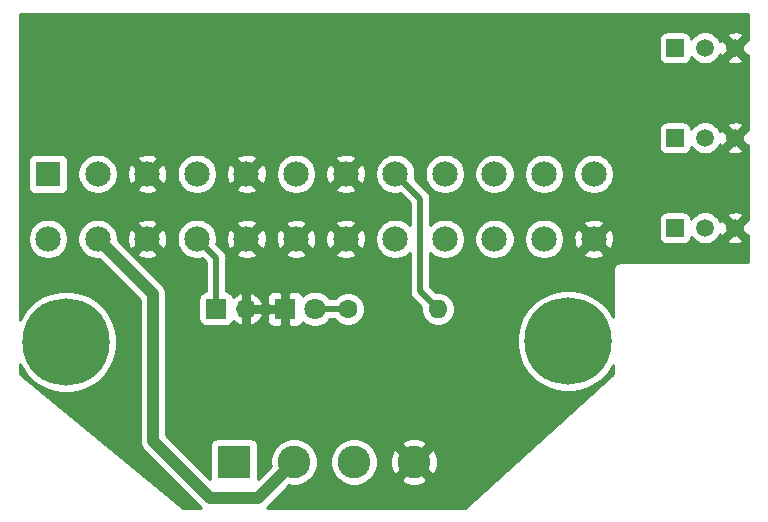
<source format=gbr>
%TF.GenerationSoftware,KiCad,Pcbnew,(5.1.6)-1*%
%TF.CreationDate,2022-09-12T11:02:43-04:00*%
%TF.ProjectId,A500-tower-power,41353030-2d74-46f7-9765-722d706f7765,rev?*%
%TF.SameCoordinates,Original*%
%TF.FileFunction,Copper,L1,Top*%
%TF.FilePolarity,Positive*%
%FSLAX46Y46*%
G04 Gerber Fmt 4.6, Leading zero omitted, Abs format (unit mm)*
G04 Created by KiCad (PCBNEW (5.1.6)-1) date 2022-09-12 11:02:43*
%MOMM*%
%LPD*%
G01*
G04 APERTURE LIST*
%TA.AperFunction,ComponentPad*%
%ADD10R,1.800000X1.800000*%
%TD*%
%TA.AperFunction,ComponentPad*%
%ADD11C,1.800000*%
%TD*%
%TA.AperFunction,ComponentPad*%
%ADD12C,7.400000*%
%TD*%
%TA.AperFunction,ComponentPad*%
%ADD13C,0.800000*%
%TD*%
%TA.AperFunction,ComponentPad*%
%ADD14R,2.150000X2.150000*%
%TD*%
%TA.AperFunction,ComponentPad*%
%ADD15C,2.150000*%
%TD*%
%TA.AperFunction,ComponentPad*%
%ADD16R,2.775000X2.775000*%
%TD*%
%TA.AperFunction,ComponentPad*%
%ADD17C,2.775000*%
%TD*%
%TA.AperFunction,ComponentPad*%
%ADD18R,1.700000X1.700000*%
%TD*%
%TA.AperFunction,ComponentPad*%
%ADD19O,1.700000X1.700000*%
%TD*%
%TA.AperFunction,ComponentPad*%
%ADD20R,1.500000X1.500000*%
%TD*%
%TA.AperFunction,ComponentPad*%
%ADD21C,1.500000*%
%TD*%
%TA.AperFunction,ComponentPad*%
%ADD22C,1.600000*%
%TD*%
%TA.AperFunction,ComponentPad*%
%ADD23O,1.600000X1.600000*%
%TD*%
%TA.AperFunction,Conductor*%
%ADD24C,0.500000*%
%TD*%
%TA.AperFunction,Conductor*%
%ADD25C,1.000000*%
%TD*%
%TA.AperFunction,Conductor*%
%ADD26C,0.254000*%
%TD*%
G04 APERTURE END LIST*
D10*
%TO.P,D1,1*%
%TO.N,/GND*%
X149606000Y-105410000D03*
D11*
%TO.P,D1,2*%
%TO.N,Net-(D1-Pad2)*%
X152146000Y-105410000D03*
%TD*%
D12*
%TO.P,H1,1*%
%TO.N,N/C*%
X131064000Y-108204000D03*
D13*
X133839000Y-108204000D03*
X133026221Y-110166221D03*
X131064000Y-110979000D03*
X129101779Y-110166221D03*
X128289000Y-108204000D03*
X129101779Y-106241779D03*
X131064000Y-105429000D03*
X133026221Y-106241779D03*
%TD*%
%TO.P,H2,1*%
%TO.N,N/C*%
X175514000Y-106172000D03*
X173551779Y-105359221D03*
X171589558Y-106172000D03*
X170776779Y-108134221D03*
X171589558Y-110096442D03*
X173551779Y-110909221D03*
X175514000Y-110096442D03*
X176326779Y-108134221D03*
D12*
X173551779Y-108134221D03*
%TD*%
D14*
%TO.P,J1,1*%
%TO.N,/3.3V*%
X129540000Y-93980000D03*
D15*
%TO.P,J1,2*%
X133740000Y-93980000D03*
%TO.P,J1,3*%
%TO.N,/GND*%
X137940000Y-93980000D03*
%TO.P,J1,4*%
%TO.N,/5V*%
X142140000Y-93980000D03*
%TO.P,J1,5*%
%TO.N,/GND*%
X146340000Y-93980000D03*
%TO.P,J1,6*%
%TO.N,/5V*%
X150540000Y-93980000D03*
%TO.P,J1,7*%
%TO.N,/GND*%
X154740000Y-93980000D03*
%TO.P,J1,8*%
%TO.N,/PG*%
X158940000Y-93980000D03*
%TO.P,J1,9*%
%TO.N,/5VSB*%
X163140000Y-93980000D03*
%TO.P,J1,10*%
%TO.N,/12V*%
X167340000Y-93980000D03*
%TO.P,J1,11*%
X171540000Y-93980000D03*
%TO.P,J1,12*%
%TO.N,/3.3V*%
X175740000Y-93980000D03*
%TO.P,J1,13*%
X129540000Y-99480000D03*
%TO.P,J1,14*%
%TO.N,/-12V*%
X133740000Y-99480000D03*
%TO.P,J1,15*%
%TO.N,/GND*%
X137940000Y-99480000D03*
%TO.P,J1,16*%
%TO.N,/PS-ON*%
X142140000Y-99480000D03*
%TO.P,J1,17*%
%TO.N,/GND*%
X146340000Y-99480000D03*
%TO.P,J1,18*%
X150540000Y-99480000D03*
%TO.P,J1,19*%
X154740000Y-99480000D03*
%TO.P,J1,20*%
%TO.N,Net-(J1-Pad20)*%
X158940000Y-99480000D03*
%TO.P,J1,21*%
%TO.N,/5V*%
X163140000Y-99480000D03*
%TO.P,J1,22*%
X167340000Y-99480000D03*
%TO.P,J1,23*%
X171540000Y-99480000D03*
%TO.P,J1,24*%
%TO.N,/GND*%
X175740000Y-99480000D03*
%TD*%
D16*
%TO.P,J2,1*%
%TO.N,/12V*%
X145288000Y-118364000D03*
D17*
%TO.P,J2,2*%
%TO.N,/-12V*%
X150368000Y-118364000D03*
%TO.P,J2,3*%
%TO.N,/5V*%
X155448000Y-118364000D03*
%TO.P,J2,4*%
%TO.N,/GND*%
X160528000Y-118364000D03*
%TD*%
D18*
%TO.P,J3,1*%
%TO.N,/PS-ON*%
X143764000Y-105410000D03*
D19*
%TO.P,J3,2*%
%TO.N,/GND*%
X146304000Y-105410000D03*
%TD*%
D20*
%TO.P,FAN1,1*%
%TO.N,Net-(J4-Pad1)*%
X182626000Y-83312000D03*
D21*
%TO.P,FAN1,2*%
%TO.N,/12V*%
X185166000Y-83312000D03*
%TO.P,FAN1,3*%
%TO.N,/GND*%
X187706000Y-83312000D03*
%TD*%
%TO.P,FAN2,3*%
%TO.N,/GND*%
X187706000Y-90932000D03*
%TO.P,FAN2,2*%
%TO.N,/12V*%
X185166000Y-90932000D03*
D20*
%TO.P,FAN2,1*%
%TO.N,Net-(J5-Pad1)*%
X182626000Y-90932000D03*
%TD*%
%TO.P,FAN3,1*%
%TO.N,Net-(J6-Pad1)*%
X182626000Y-98552000D03*
D21*
%TO.P,FAN3,2*%
%TO.N,/12V*%
X185166000Y-98552000D03*
%TO.P,FAN3,3*%
%TO.N,/GND*%
X187706000Y-98552000D03*
%TD*%
D22*
%TO.P,R1,1*%
%TO.N,Net-(D1-Pad2)*%
X154940000Y-105410000D03*
D23*
%TO.P,R1,2*%
%TO.N,/PG*%
X162560000Y-105410000D03*
%TD*%
D24*
%TO.N,Net-(D1-Pad2)*%
X154940000Y-105410000D02*
X152146000Y-105410000D01*
%TO.N,/PG*%
X161036000Y-96076000D02*
X158940000Y-93980000D01*
X162560000Y-105410000D02*
X161036000Y-103886000D01*
X161036000Y-103886000D02*
X161036000Y-96076000D01*
D25*
%TO.N,/-12V*%
X143256000Y-121412000D02*
X147320000Y-121412000D01*
X133740000Y-99480000D02*
X138430000Y-104170000D01*
X147320000Y-121412000D02*
X150368000Y-118364000D01*
X138430000Y-116586000D02*
X143256000Y-121412000D01*
X138430000Y-104170000D02*
X138430000Y-116586000D01*
D24*
%TO.N,/PS-ON*%
X143764000Y-101104000D02*
X142140000Y-99480000D01*
X143764000Y-105410000D02*
X143764000Y-101104000D01*
%TD*%
D26*
%TO.N,/GND*%
G36*
X188824001Y-82680494D02*
G01*
X188749228Y-82654852D01*
X188092080Y-83312000D01*
X188749228Y-83969148D01*
X188824001Y-83943506D01*
X188824001Y-90300494D01*
X188749228Y-90274852D01*
X188092080Y-90932000D01*
X188749228Y-91589148D01*
X188824000Y-91563506D01*
X188824000Y-97920494D01*
X188749228Y-97894852D01*
X188092080Y-98552000D01*
X188749228Y-99209148D01*
X188824000Y-99183506D01*
X188824000Y-101448000D01*
X178086419Y-101448000D01*
X178054000Y-101444807D01*
X178021581Y-101448000D01*
X177924617Y-101457550D01*
X177800207Y-101495290D01*
X177685550Y-101556575D01*
X177585052Y-101639052D01*
X177502575Y-101739550D01*
X177441290Y-101854207D01*
X177403550Y-101978617D01*
X177390807Y-102108000D01*
X177394001Y-102140429D01*
X177394001Y-106082264D01*
X177393406Y-106080829D01*
X176918993Y-105370820D01*
X176315180Y-104767007D01*
X175605171Y-104292594D01*
X174816252Y-103965813D01*
X173978739Y-103799221D01*
X173124819Y-103799221D01*
X172287306Y-103965813D01*
X171498387Y-104292594D01*
X170788378Y-104767007D01*
X170184565Y-105370820D01*
X169710152Y-106080829D01*
X169383371Y-106869748D01*
X169216779Y-107707261D01*
X169216779Y-108561181D01*
X169383371Y-109398694D01*
X169710152Y-110187613D01*
X170184565Y-110897622D01*
X170788378Y-111501435D01*
X171498387Y-111975848D01*
X172287306Y-112302629D01*
X173124819Y-112469221D01*
X173978739Y-112469221D01*
X174816252Y-112302629D01*
X175605171Y-111975848D01*
X176315180Y-111501435D01*
X176918993Y-110897622D01*
X177393406Y-110187613D01*
X177394000Y-110186179D01*
X177394000Y-110958489D01*
X164846326Y-122276000D01*
X148056323Y-122276000D01*
X148126449Y-122218449D01*
X148161996Y-122175135D01*
X149986828Y-120350303D01*
X150168801Y-120386500D01*
X150567199Y-120386500D01*
X150957941Y-120308776D01*
X151326013Y-120156316D01*
X151657269Y-119934978D01*
X151938978Y-119653269D01*
X152160316Y-119322013D01*
X152312776Y-118953941D01*
X152390500Y-118563199D01*
X152390500Y-118164801D01*
X153425500Y-118164801D01*
X153425500Y-118563199D01*
X153503224Y-118953941D01*
X153655684Y-119322013D01*
X153877022Y-119653269D01*
X154158731Y-119934978D01*
X154489987Y-120156316D01*
X154858059Y-120308776D01*
X155248801Y-120386500D01*
X155647199Y-120386500D01*
X156037941Y-120308776D01*
X156406013Y-120156316D01*
X156737269Y-119934978D01*
X156804557Y-119867690D01*
X159410390Y-119867690D01*
X159565141Y-120153717D01*
X159932799Y-120307173D01*
X160323330Y-120385953D01*
X160721726Y-120387031D01*
X161112677Y-120310365D01*
X161481160Y-120158901D01*
X161490859Y-120153717D01*
X161645610Y-119867690D01*
X160528000Y-118750080D01*
X159410390Y-119867690D01*
X156804557Y-119867690D01*
X157018978Y-119653269D01*
X157240316Y-119322013D01*
X157392776Y-118953941D01*
X157470500Y-118563199D01*
X157470500Y-118557726D01*
X158504969Y-118557726D01*
X158581635Y-118948677D01*
X158733099Y-119317160D01*
X158738283Y-119326859D01*
X159024310Y-119481610D01*
X160141920Y-118364000D01*
X160914080Y-118364000D01*
X162031690Y-119481610D01*
X162317717Y-119326859D01*
X162471173Y-118959201D01*
X162549953Y-118568670D01*
X162551031Y-118170274D01*
X162474365Y-117779323D01*
X162322901Y-117410840D01*
X162317717Y-117401141D01*
X162031690Y-117246390D01*
X160914080Y-118364000D01*
X160141920Y-118364000D01*
X159024310Y-117246390D01*
X158738283Y-117401141D01*
X158584827Y-117768799D01*
X158506047Y-118159330D01*
X158504969Y-118557726D01*
X157470500Y-118557726D01*
X157470500Y-118164801D01*
X157392776Y-117774059D01*
X157240316Y-117405987D01*
X157018978Y-117074731D01*
X156804557Y-116860310D01*
X159410390Y-116860310D01*
X160528000Y-117977920D01*
X161645610Y-116860310D01*
X161490859Y-116574283D01*
X161123201Y-116420827D01*
X160732670Y-116342047D01*
X160334274Y-116340969D01*
X159943323Y-116417635D01*
X159574840Y-116569099D01*
X159565141Y-116574283D01*
X159410390Y-116860310D01*
X156804557Y-116860310D01*
X156737269Y-116793022D01*
X156406013Y-116571684D01*
X156037941Y-116419224D01*
X155647199Y-116341500D01*
X155248801Y-116341500D01*
X154858059Y-116419224D01*
X154489987Y-116571684D01*
X154158731Y-116793022D01*
X153877022Y-117074731D01*
X153655684Y-117405987D01*
X153503224Y-117774059D01*
X153425500Y-118164801D01*
X152390500Y-118164801D01*
X152312776Y-117774059D01*
X152160316Y-117405987D01*
X151938978Y-117074731D01*
X151657269Y-116793022D01*
X151326013Y-116571684D01*
X150957941Y-116419224D01*
X150567199Y-116341500D01*
X150168801Y-116341500D01*
X149778059Y-116419224D01*
X149409987Y-116571684D01*
X149078731Y-116793022D01*
X148797022Y-117074731D01*
X148575684Y-117405987D01*
X148423224Y-117774059D01*
X148345500Y-118164801D01*
X148345500Y-118563199D01*
X148381697Y-118745172D01*
X147306821Y-119820048D01*
X147313572Y-119751500D01*
X147313572Y-116976500D01*
X147301312Y-116852018D01*
X147265002Y-116732320D01*
X147206037Y-116622006D01*
X147126685Y-116525315D01*
X147029994Y-116445963D01*
X146919680Y-116386998D01*
X146799982Y-116350688D01*
X146675500Y-116338428D01*
X143900500Y-116338428D01*
X143776018Y-116350688D01*
X143656320Y-116386998D01*
X143546006Y-116445963D01*
X143449315Y-116525315D01*
X143369963Y-116622006D01*
X143310998Y-116732320D01*
X143274688Y-116852018D01*
X143262428Y-116976500D01*
X143262428Y-119751500D01*
X143269179Y-119820046D01*
X139565000Y-116115869D01*
X139565000Y-104225752D01*
X139570491Y-104170000D01*
X139548577Y-103947501D01*
X139483676Y-103733553D01*
X139378284Y-103536377D01*
X139271989Y-103406856D01*
X139271987Y-103406854D01*
X139236449Y-103363551D01*
X139193146Y-103328013D01*
X136623894Y-100758762D01*
X137047318Y-100758762D01*
X137163715Y-101012921D01*
X137477689Y-101134912D01*
X137809429Y-101193306D01*
X138146187Y-101185859D01*
X138475022Y-101112857D01*
X138716285Y-101012921D01*
X138832682Y-100758762D01*
X137940000Y-99866080D01*
X137047318Y-100758762D01*
X136623894Y-100758762D01*
X135450000Y-99584869D01*
X135450000Y-99349429D01*
X136226694Y-99349429D01*
X136234141Y-99686187D01*
X136307143Y-100015022D01*
X136407079Y-100256285D01*
X136661238Y-100372682D01*
X137553920Y-99480000D01*
X138326080Y-99480000D01*
X139218762Y-100372682D01*
X139472921Y-100256285D01*
X139594912Y-99942311D01*
X139653306Y-99610571D01*
X139646695Y-99311580D01*
X140430000Y-99311580D01*
X140430000Y-99648420D01*
X140495714Y-99978789D01*
X140624618Y-100289989D01*
X140811756Y-100570061D01*
X141049939Y-100808244D01*
X141330011Y-100995382D01*
X141641211Y-101124286D01*
X141971580Y-101190000D01*
X142308420Y-101190000D01*
X142550307Y-101141886D01*
X142879001Y-101470580D01*
X142879000Y-103925375D01*
X142789518Y-103934188D01*
X142669820Y-103970498D01*
X142559506Y-104029463D01*
X142462815Y-104108815D01*
X142383463Y-104205506D01*
X142324498Y-104315820D01*
X142288188Y-104435518D01*
X142275928Y-104560000D01*
X142275928Y-106260000D01*
X142288188Y-106384482D01*
X142324498Y-106504180D01*
X142383463Y-106614494D01*
X142462815Y-106711185D01*
X142559506Y-106790537D01*
X142669820Y-106849502D01*
X142789518Y-106885812D01*
X142914000Y-106898072D01*
X144614000Y-106898072D01*
X144738482Y-106885812D01*
X144858180Y-106849502D01*
X144968494Y-106790537D01*
X145065185Y-106711185D01*
X145144537Y-106614494D01*
X145203502Y-106504180D01*
X145226658Y-106427846D01*
X145417421Y-106601316D01*
X145666871Y-106751388D01*
X145806015Y-106809012D01*
X146031000Y-106707848D01*
X146031000Y-105683000D01*
X146577000Y-105683000D01*
X146577000Y-106707848D01*
X146801985Y-106809012D01*
X146941129Y-106751388D01*
X147190579Y-106601316D01*
X147405958Y-106405462D01*
X147476514Y-106310000D01*
X148067928Y-106310000D01*
X148080188Y-106434482D01*
X148116498Y-106554180D01*
X148175463Y-106664494D01*
X148254815Y-106761185D01*
X148351506Y-106840537D01*
X148461820Y-106899502D01*
X148581518Y-106935812D01*
X148706000Y-106948072D01*
X149174250Y-106945000D01*
X149333000Y-106786250D01*
X149333000Y-105683000D01*
X148229750Y-105683000D01*
X148071000Y-105841750D01*
X148067928Y-106310000D01*
X147476514Y-106310000D01*
X147578989Y-106171353D01*
X147703023Y-105907986D01*
X147604951Y-105683000D01*
X146577000Y-105683000D01*
X146031000Y-105683000D01*
X146011000Y-105683000D01*
X146011000Y-105137000D01*
X146031000Y-105137000D01*
X146031000Y-104112152D01*
X146577000Y-104112152D01*
X146577000Y-105137000D01*
X147604951Y-105137000D01*
X147703023Y-104912014D01*
X147578989Y-104648647D01*
X147476515Y-104510000D01*
X148067928Y-104510000D01*
X148071000Y-104978250D01*
X148229750Y-105137000D01*
X149333000Y-105137000D01*
X149333000Y-104033750D01*
X149879000Y-104033750D01*
X149879000Y-105137000D01*
X149899000Y-105137000D01*
X149899000Y-105683000D01*
X149879000Y-105683000D01*
X149879000Y-106786250D01*
X150037750Y-106945000D01*
X150506000Y-106948072D01*
X150630482Y-106935812D01*
X150750180Y-106899502D01*
X150860494Y-106840537D01*
X150957185Y-106761185D01*
X151036537Y-106664494D01*
X151095502Y-106554180D01*
X151101056Y-106535873D01*
X151167495Y-106602312D01*
X151418905Y-106770299D01*
X151698257Y-106886011D01*
X151994816Y-106945000D01*
X152297184Y-106945000D01*
X152593743Y-106886011D01*
X152873095Y-106770299D01*
X153124505Y-106602312D01*
X153338312Y-106388505D01*
X153400790Y-106295000D01*
X153805479Y-106295000D01*
X153825363Y-106324759D01*
X154025241Y-106524637D01*
X154260273Y-106681680D01*
X154521426Y-106789853D01*
X154798665Y-106845000D01*
X155081335Y-106845000D01*
X155358574Y-106789853D01*
X155619727Y-106681680D01*
X155854759Y-106524637D01*
X156054637Y-106324759D01*
X156211680Y-106089727D01*
X156319853Y-105828574D01*
X156375000Y-105551335D01*
X156375000Y-105268665D01*
X156319853Y-104991426D01*
X156211680Y-104730273D01*
X156054637Y-104495241D01*
X155854759Y-104295363D01*
X155619727Y-104138320D01*
X155358574Y-104030147D01*
X155081335Y-103975000D01*
X154798665Y-103975000D01*
X154521426Y-104030147D01*
X154260273Y-104138320D01*
X154025241Y-104295363D01*
X153825363Y-104495241D01*
X153805479Y-104525000D01*
X153400790Y-104525000D01*
X153338312Y-104431495D01*
X153124505Y-104217688D01*
X152873095Y-104049701D01*
X152593743Y-103933989D01*
X152297184Y-103875000D01*
X151994816Y-103875000D01*
X151698257Y-103933989D01*
X151418905Y-104049701D01*
X151167495Y-104217688D01*
X151101056Y-104284127D01*
X151095502Y-104265820D01*
X151036537Y-104155506D01*
X150957185Y-104058815D01*
X150860494Y-103979463D01*
X150750180Y-103920498D01*
X150630482Y-103884188D01*
X150506000Y-103871928D01*
X150037750Y-103875000D01*
X149879000Y-104033750D01*
X149333000Y-104033750D01*
X149174250Y-103875000D01*
X148706000Y-103871928D01*
X148581518Y-103884188D01*
X148461820Y-103920498D01*
X148351506Y-103979463D01*
X148254815Y-104058815D01*
X148175463Y-104155506D01*
X148116498Y-104265820D01*
X148080188Y-104385518D01*
X148067928Y-104510000D01*
X147476515Y-104510000D01*
X147405958Y-104414538D01*
X147190579Y-104218684D01*
X146941129Y-104068612D01*
X146801985Y-104010988D01*
X146577000Y-104112152D01*
X146031000Y-104112152D01*
X145806015Y-104010988D01*
X145666871Y-104068612D01*
X145417421Y-104218684D01*
X145226658Y-104392154D01*
X145203502Y-104315820D01*
X145144537Y-104205506D01*
X145065185Y-104108815D01*
X144968494Y-104029463D01*
X144858180Y-103970498D01*
X144738482Y-103934188D01*
X144649000Y-103925375D01*
X144649000Y-101147469D01*
X144653281Y-101104000D01*
X144649000Y-101060531D01*
X144649000Y-101060523D01*
X144636195Y-100930510D01*
X144585589Y-100763687D01*
X144582957Y-100758762D01*
X145447318Y-100758762D01*
X145563715Y-101012921D01*
X145877689Y-101134912D01*
X146209429Y-101193306D01*
X146546187Y-101185859D01*
X146875022Y-101112857D01*
X147116285Y-101012921D01*
X147232682Y-100758762D01*
X149647318Y-100758762D01*
X149763715Y-101012921D01*
X150077689Y-101134912D01*
X150409429Y-101193306D01*
X150746187Y-101185859D01*
X151075022Y-101112857D01*
X151316285Y-101012921D01*
X151432682Y-100758762D01*
X153847318Y-100758762D01*
X153963715Y-101012921D01*
X154277689Y-101134912D01*
X154609429Y-101193306D01*
X154946187Y-101185859D01*
X155275022Y-101112857D01*
X155516285Y-101012921D01*
X155632682Y-100758762D01*
X154740000Y-99866080D01*
X153847318Y-100758762D01*
X151432682Y-100758762D01*
X150540000Y-99866080D01*
X149647318Y-100758762D01*
X147232682Y-100758762D01*
X146340000Y-99866080D01*
X145447318Y-100758762D01*
X144582957Y-100758762D01*
X144503411Y-100609941D01*
X144392817Y-100475183D01*
X144359049Y-100447470D01*
X143801886Y-99890307D01*
X143850000Y-99648420D01*
X143850000Y-99349429D01*
X144626694Y-99349429D01*
X144634141Y-99686187D01*
X144707143Y-100015022D01*
X144807079Y-100256285D01*
X145061238Y-100372682D01*
X145953920Y-99480000D01*
X146726080Y-99480000D01*
X147618762Y-100372682D01*
X147872921Y-100256285D01*
X147994912Y-99942311D01*
X148053306Y-99610571D01*
X148047532Y-99349429D01*
X148826694Y-99349429D01*
X148834141Y-99686187D01*
X148907143Y-100015022D01*
X149007079Y-100256285D01*
X149261238Y-100372682D01*
X150153920Y-99480000D01*
X150926080Y-99480000D01*
X151818762Y-100372682D01*
X152072921Y-100256285D01*
X152194912Y-99942311D01*
X152253306Y-99610571D01*
X152247532Y-99349429D01*
X153026694Y-99349429D01*
X153034141Y-99686187D01*
X153107143Y-100015022D01*
X153207079Y-100256285D01*
X153461238Y-100372682D01*
X154353920Y-99480000D01*
X155126080Y-99480000D01*
X156018762Y-100372682D01*
X156272921Y-100256285D01*
X156394912Y-99942311D01*
X156453306Y-99610571D01*
X156445859Y-99273813D01*
X156372857Y-98944978D01*
X156272921Y-98703715D01*
X156018762Y-98587318D01*
X155126080Y-99480000D01*
X154353920Y-99480000D01*
X153461238Y-98587318D01*
X153207079Y-98703715D01*
X153085088Y-99017689D01*
X153026694Y-99349429D01*
X152247532Y-99349429D01*
X152245859Y-99273813D01*
X152172857Y-98944978D01*
X152072921Y-98703715D01*
X151818762Y-98587318D01*
X150926080Y-99480000D01*
X150153920Y-99480000D01*
X149261238Y-98587318D01*
X149007079Y-98703715D01*
X148885088Y-99017689D01*
X148826694Y-99349429D01*
X148047532Y-99349429D01*
X148045859Y-99273813D01*
X147972857Y-98944978D01*
X147872921Y-98703715D01*
X147618762Y-98587318D01*
X146726080Y-99480000D01*
X145953920Y-99480000D01*
X145061238Y-98587318D01*
X144807079Y-98703715D01*
X144685088Y-99017689D01*
X144626694Y-99349429D01*
X143850000Y-99349429D01*
X143850000Y-99311580D01*
X143784286Y-98981211D01*
X143655382Y-98670011D01*
X143468244Y-98389939D01*
X143279543Y-98201238D01*
X145447318Y-98201238D01*
X146340000Y-99093920D01*
X147232682Y-98201238D01*
X149647318Y-98201238D01*
X150540000Y-99093920D01*
X151432682Y-98201238D01*
X153847318Y-98201238D01*
X154740000Y-99093920D01*
X155632682Y-98201238D01*
X155516285Y-97947079D01*
X155202311Y-97825088D01*
X154870571Y-97766694D01*
X154533813Y-97774141D01*
X154204978Y-97847143D01*
X153963715Y-97947079D01*
X153847318Y-98201238D01*
X151432682Y-98201238D01*
X151316285Y-97947079D01*
X151002311Y-97825088D01*
X150670571Y-97766694D01*
X150333813Y-97774141D01*
X150004978Y-97847143D01*
X149763715Y-97947079D01*
X149647318Y-98201238D01*
X147232682Y-98201238D01*
X147116285Y-97947079D01*
X146802311Y-97825088D01*
X146470571Y-97766694D01*
X146133813Y-97774141D01*
X145804978Y-97847143D01*
X145563715Y-97947079D01*
X145447318Y-98201238D01*
X143279543Y-98201238D01*
X143230061Y-98151756D01*
X142949989Y-97964618D01*
X142638789Y-97835714D01*
X142308420Y-97770000D01*
X141971580Y-97770000D01*
X141641211Y-97835714D01*
X141330011Y-97964618D01*
X141049939Y-98151756D01*
X140811756Y-98389939D01*
X140624618Y-98670011D01*
X140495714Y-98981211D01*
X140430000Y-99311580D01*
X139646695Y-99311580D01*
X139645859Y-99273813D01*
X139572857Y-98944978D01*
X139472921Y-98703715D01*
X139218762Y-98587318D01*
X138326080Y-99480000D01*
X137553920Y-99480000D01*
X136661238Y-98587318D01*
X136407079Y-98703715D01*
X136285088Y-99017689D01*
X136226694Y-99349429D01*
X135450000Y-99349429D01*
X135450000Y-99311580D01*
X135384286Y-98981211D01*
X135255382Y-98670011D01*
X135068244Y-98389939D01*
X134879543Y-98201238D01*
X137047318Y-98201238D01*
X137940000Y-99093920D01*
X138832682Y-98201238D01*
X138716285Y-97947079D01*
X138402311Y-97825088D01*
X138070571Y-97766694D01*
X137733813Y-97774141D01*
X137404978Y-97847143D01*
X137163715Y-97947079D01*
X137047318Y-98201238D01*
X134879543Y-98201238D01*
X134830061Y-98151756D01*
X134549989Y-97964618D01*
X134238789Y-97835714D01*
X133908420Y-97770000D01*
X133571580Y-97770000D01*
X133241211Y-97835714D01*
X132930011Y-97964618D01*
X132649939Y-98151756D01*
X132411756Y-98389939D01*
X132224618Y-98670011D01*
X132095714Y-98981211D01*
X132030000Y-99311580D01*
X132030000Y-99648420D01*
X132095714Y-99978789D01*
X132224618Y-100289989D01*
X132411756Y-100570061D01*
X132649939Y-100808244D01*
X132930011Y-100995382D01*
X133241211Y-101124286D01*
X133571580Y-101190000D01*
X133844869Y-101190000D01*
X137295000Y-104640133D01*
X137295001Y-116530239D01*
X137289509Y-116586000D01*
X137311423Y-116808498D01*
X137376324Y-117022446D01*
X137376325Y-117022447D01*
X137481717Y-117219623D01*
X137623552Y-117392449D01*
X137666860Y-117427991D01*
X142414013Y-122175146D01*
X142449551Y-122218449D01*
X142492854Y-122253987D01*
X142492856Y-122253989D01*
X142519677Y-122276000D01*
X140952319Y-122276000D01*
X127152000Y-110940025D01*
X127152000Y-110087497D01*
X127222373Y-110257392D01*
X127696786Y-110967401D01*
X128300599Y-111571214D01*
X129010608Y-112045627D01*
X129799527Y-112372408D01*
X130637040Y-112539000D01*
X131490960Y-112539000D01*
X132328473Y-112372408D01*
X133117392Y-112045627D01*
X133827401Y-111571214D01*
X134431214Y-110967401D01*
X134905627Y-110257392D01*
X135232408Y-109468473D01*
X135399000Y-108630960D01*
X135399000Y-107777040D01*
X135232408Y-106939527D01*
X134905627Y-106150608D01*
X134431214Y-105440599D01*
X133827401Y-104836786D01*
X133117392Y-104362373D01*
X132328473Y-104035592D01*
X131490960Y-103869000D01*
X130637040Y-103869000D01*
X129799527Y-104035592D01*
X129010608Y-104362373D01*
X128300599Y-104836786D01*
X127696786Y-105440599D01*
X127222373Y-106150608D01*
X127152000Y-106320503D01*
X127152000Y-99311580D01*
X127830000Y-99311580D01*
X127830000Y-99648420D01*
X127895714Y-99978789D01*
X128024618Y-100289989D01*
X128211756Y-100570061D01*
X128449939Y-100808244D01*
X128730011Y-100995382D01*
X129041211Y-101124286D01*
X129371580Y-101190000D01*
X129708420Y-101190000D01*
X130038789Y-101124286D01*
X130349989Y-100995382D01*
X130630061Y-100808244D01*
X130868244Y-100570061D01*
X131055382Y-100289989D01*
X131184286Y-99978789D01*
X131250000Y-99648420D01*
X131250000Y-99311580D01*
X131184286Y-98981211D01*
X131055382Y-98670011D01*
X130868244Y-98389939D01*
X130630061Y-98151756D01*
X130349989Y-97964618D01*
X130038789Y-97835714D01*
X129708420Y-97770000D01*
X129371580Y-97770000D01*
X129041211Y-97835714D01*
X128730011Y-97964618D01*
X128449939Y-98151756D01*
X128211756Y-98389939D01*
X128024618Y-98670011D01*
X127895714Y-98981211D01*
X127830000Y-99311580D01*
X127152000Y-99311580D01*
X127152000Y-92905000D01*
X127826928Y-92905000D01*
X127826928Y-95055000D01*
X127839188Y-95179482D01*
X127875498Y-95299180D01*
X127934463Y-95409494D01*
X128013815Y-95506185D01*
X128110506Y-95585537D01*
X128220820Y-95644502D01*
X128340518Y-95680812D01*
X128465000Y-95693072D01*
X130615000Y-95693072D01*
X130739482Y-95680812D01*
X130859180Y-95644502D01*
X130969494Y-95585537D01*
X131066185Y-95506185D01*
X131145537Y-95409494D01*
X131204502Y-95299180D01*
X131240812Y-95179482D01*
X131253072Y-95055000D01*
X131253072Y-93811580D01*
X132030000Y-93811580D01*
X132030000Y-94148420D01*
X132095714Y-94478789D01*
X132224618Y-94789989D01*
X132411756Y-95070061D01*
X132649939Y-95308244D01*
X132930011Y-95495382D01*
X133241211Y-95624286D01*
X133571580Y-95690000D01*
X133908420Y-95690000D01*
X134238789Y-95624286D01*
X134549989Y-95495382D01*
X134830061Y-95308244D01*
X134879543Y-95258762D01*
X137047318Y-95258762D01*
X137163715Y-95512921D01*
X137477689Y-95634912D01*
X137809429Y-95693306D01*
X138146187Y-95685859D01*
X138475022Y-95612857D01*
X138716285Y-95512921D01*
X138832682Y-95258762D01*
X137940000Y-94366080D01*
X137047318Y-95258762D01*
X134879543Y-95258762D01*
X135068244Y-95070061D01*
X135255382Y-94789989D01*
X135384286Y-94478789D01*
X135450000Y-94148420D01*
X135450000Y-93849429D01*
X136226694Y-93849429D01*
X136234141Y-94186187D01*
X136307143Y-94515022D01*
X136407079Y-94756285D01*
X136661238Y-94872682D01*
X137553920Y-93980000D01*
X138326080Y-93980000D01*
X139218762Y-94872682D01*
X139472921Y-94756285D01*
X139594912Y-94442311D01*
X139653306Y-94110571D01*
X139646695Y-93811580D01*
X140430000Y-93811580D01*
X140430000Y-94148420D01*
X140495714Y-94478789D01*
X140624618Y-94789989D01*
X140811756Y-95070061D01*
X141049939Y-95308244D01*
X141330011Y-95495382D01*
X141641211Y-95624286D01*
X141971580Y-95690000D01*
X142308420Y-95690000D01*
X142638789Y-95624286D01*
X142949989Y-95495382D01*
X143230061Y-95308244D01*
X143279543Y-95258762D01*
X145447318Y-95258762D01*
X145563715Y-95512921D01*
X145877689Y-95634912D01*
X146209429Y-95693306D01*
X146546187Y-95685859D01*
X146875022Y-95612857D01*
X147116285Y-95512921D01*
X147232682Y-95258762D01*
X146340000Y-94366080D01*
X145447318Y-95258762D01*
X143279543Y-95258762D01*
X143468244Y-95070061D01*
X143655382Y-94789989D01*
X143784286Y-94478789D01*
X143850000Y-94148420D01*
X143850000Y-93849429D01*
X144626694Y-93849429D01*
X144634141Y-94186187D01*
X144707143Y-94515022D01*
X144807079Y-94756285D01*
X145061238Y-94872682D01*
X145953920Y-93980000D01*
X146726080Y-93980000D01*
X147618762Y-94872682D01*
X147872921Y-94756285D01*
X147994912Y-94442311D01*
X148053306Y-94110571D01*
X148046695Y-93811580D01*
X148830000Y-93811580D01*
X148830000Y-94148420D01*
X148895714Y-94478789D01*
X149024618Y-94789989D01*
X149211756Y-95070061D01*
X149449939Y-95308244D01*
X149730011Y-95495382D01*
X150041211Y-95624286D01*
X150371580Y-95690000D01*
X150708420Y-95690000D01*
X151038789Y-95624286D01*
X151349989Y-95495382D01*
X151630061Y-95308244D01*
X151679543Y-95258762D01*
X153847318Y-95258762D01*
X153963715Y-95512921D01*
X154277689Y-95634912D01*
X154609429Y-95693306D01*
X154946187Y-95685859D01*
X155275022Y-95612857D01*
X155516285Y-95512921D01*
X155632682Y-95258762D01*
X154740000Y-94366080D01*
X153847318Y-95258762D01*
X151679543Y-95258762D01*
X151868244Y-95070061D01*
X152055382Y-94789989D01*
X152184286Y-94478789D01*
X152250000Y-94148420D01*
X152250000Y-93849429D01*
X153026694Y-93849429D01*
X153034141Y-94186187D01*
X153107143Y-94515022D01*
X153207079Y-94756285D01*
X153461238Y-94872682D01*
X154353920Y-93980000D01*
X155126080Y-93980000D01*
X156018762Y-94872682D01*
X156272921Y-94756285D01*
X156394912Y-94442311D01*
X156453306Y-94110571D01*
X156446695Y-93811580D01*
X157230000Y-93811580D01*
X157230000Y-94148420D01*
X157295714Y-94478789D01*
X157424618Y-94789989D01*
X157611756Y-95070061D01*
X157849939Y-95308244D01*
X158130011Y-95495382D01*
X158441211Y-95624286D01*
X158771580Y-95690000D01*
X159108420Y-95690000D01*
X159350307Y-95641886D01*
X160151001Y-96442580D01*
X160151001Y-98272696D01*
X160030061Y-98151756D01*
X159749989Y-97964618D01*
X159438789Y-97835714D01*
X159108420Y-97770000D01*
X158771580Y-97770000D01*
X158441211Y-97835714D01*
X158130011Y-97964618D01*
X157849939Y-98151756D01*
X157611756Y-98389939D01*
X157424618Y-98670011D01*
X157295714Y-98981211D01*
X157230000Y-99311580D01*
X157230000Y-99648420D01*
X157295714Y-99978789D01*
X157424618Y-100289989D01*
X157611756Y-100570061D01*
X157849939Y-100808244D01*
X158130011Y-100995382D01*
X158441211Y-101124286D01*
X158771580Y-101190000D01*
X159108420Y-101190000D01*
X159438789Y-101124286D01*
X159749989Y-100995382D01*
X160030061Y-100808244D01*
X160151000Y-100687305D01*
X160151000Y-103842531D01*
X160146719Y-103886000D01*
X160151000Y-103929469D01*
X160151000Y-103929476D01*
X160163805Y-104059489D01*
X160214411Y-104226312D01*
X160296589Y-104380058D01*
X160407183Y-104514817D01*
X160440956Y-104542534D01*
X161131983Y-105233561D01*
X161125000Y-105268665D01*
X161125000Y-105551335D01*
X161180147Y-105828574D01*
X161288320Y-106089727D01*
X161445363Y-106324759D01*
X161645241Y-106524637D01*
X161880273Y-106681680D01*
X162141426Y-106789853D01*
X162418665Y-106845000D01*
X162701335Y-106845000D01*
X162978574Y-106789853D01*
X163239727Y-106681680D01*
X163474759Y-106524637D01*
X163674637Y-106324759D01*
X163831680Y-106089727D01*
X163939853Y-105828574D01*
X163995000Y-105551335D01*
X163995000Y-105268665D01*
X163939853Y-104991426D01*
X163831680Y-104730273D01*
X163674637Y-104495241D01*
X163474759Y-104295363D01*
X163239727Y-104138320D01*
X162978574Y-104030147D01*
X162701335Y-103975000D01*
X162418665Y-103975000D01*
X162383561Y-103981983D01*
X161921000Y-103519422D01*
X161921000Y-100679305D01*
X162049939Y-100808244D01*
X162330011Y-100995382D01*
X162641211Y-101124286D01*
X162971580Y-101190000D01*
X163308420Y-101190000D01*
X163638789Y-101124286D01*
X163949989Y-100995382D01*
X164230061Y-100808244D01*
X164468244Y-100570061D01*
X164655382Y-100289989D01*
X164784286Y-99978789D01*
X164850000Y-99648420D01*
X164850000Y-99311580D01*
X165630000Y-99311580D01*
X165630000Y-99648420D01*
X165695714Y-99978789D01*
X165824618Y-100289989D01*
X166011756Y-100570061D01*
X166249939Y-100808244D01*
X166530011Y-100995382D01*
X166841211Y-101124286D01*
X167171580Y-101190000D01*
X167508420Y-101190000D01*
X167838789Y-101124286D01*
X168149989Y-100995382D01*
X168430061Y-100808244D01*
X168668244Y-100570061D01*
X168855382Y-100289989D01*
X168984286Y-99978789D01*
X169050000Y-99648420D01*
X169050000Y-99311580D01*
X169830000Y-99311580D01*
X169830000Y-99648420D01*
X169895714Y-99978789D01*
X170024618Y-100289989D01*
X170211756Y-100570061D01*
X170449939Y-100808244D01*
X170730011Y-100995382D01*
X171041211Y-101124286D01*
X171371580Y-101190000D01*
X171708420Y-101190000D01*
X172038789Y-101124286D01*
X172349989Y-100995382D01*
X172630061Y-100808244D01*
X172679543Y-100758762D01*
X174847318Y-100758762D01*
X174963715Y-101012921D01*
X175277689Y-101134912D01*
X175609429Y-101193306D01*
X175946187Y-101185859D01*
X176275022Y-101112857D01*
X176516285Y-101012921D01*
X176632682Y-100758762D01*
X175740000Y-99866080D01*
X174847318Y-100758762D01*
X172679543Y-100758762D01*
X172868244Y-100570061D01*
X173055382Y-100289989D01*
X173184286Y-99978789D01*
X173250000Y-99648420D01*
X173250000Y-99349429D01*
X174026694Y-99349429D01*
X174034141Y-99686187D01*
X174107143Y-100015022D01*
X174207079Y-100256285D01*
X174461238Y-100372682D01*
X175353920Y-99480000D01*
X176126080Y-99480000D01*
X177018762Y-100372682D01*
X177272921Y-100256285D01*
X177394912Y-99942311D01*
X177453306Y-99610571D01*
X177445859Y-99273813D01*
X177372857Y-98944978D01*
X177272921Y-98703715D01*
X177018762Y-98587318D01*
X176126080Y-99480000D01*
X175353920Y-99480000D01*
X174461238Y-98587318D01*
X174207079Y-98703715D01*
X174085088Y-99017689D01*
X174026694Y-99349429D01*
X173250000Y-99349429D01*
X173250000Y-99311580D01*
X173184286Y-98981211D01*
X173055382Y-98670011D01*
X172868244Y-98389939D01*
X172679543Y-98201238D01*
X174847318Y-98201238D01*
X175740000Y-99093920D01*
X176632682Y-98201238D01*
X176516285Y-97947079D01*
X176202311Y-97825088D01*
X176071147Y-97802000D01*
X181237928Y-97802000D01*
X181237928Y-99302000D01*
X181250188Y-99426482D01*
X181286498Y-99546180D01*
X181345463Y-99656494D01*
X181424815Y-99753185D01*
X181521506Y-99832537D01*
X181631820Y-99891502D01*
X181751518Y-99927812D01*
X181876000Y-99940072D01*
X183376000Y-99940072D01*
X183500482Y-99927812D01*
X183620180Y-99891502D01*
X183730494Y-99832537D01*
X183827185Y-99753185D01*
X183906537Y-99656494D01*
X183965502Y-99546180D01*
X184001812Y-99426482D01*
X184012445Y-99318517D01*
X184090201Y-99434886D01*
X184283114Y-99627799D01*
X184509957Y-99779371D01*
X184762011Y-99883775D01*
X185029589Y-99937000D01*
X185302411Y-99937000D01*
X185569989Y-99883775D01*
X185822043Y-99779371D01*
X186048886Y-99627799D01*
X186081457Y-99595228D01*
X187048852Y-99595228D01*
X187124733Y-99816500D01*
X187382594Y-99905602D01*
X187652884Y-99942687D01*
X187925214Y-99926328D01*
X188189119Y-99857154D01*
X188287267Y-99816500D01*
X188363148Y-99595228D01*
X187706000Y-98938080D01*
X187048852Y-99595228D01*
X186081457Y-99595228D01*
X186241799Y-99434886D01*
X186393371Y-99208043D01*
X186432922Y-99112558D01*
X186441500Y-99133267D01*
X186662772Y-99209148D01*
X187319920Y-98552000D01*
X186662772Y-97894852D01*
X186441500Y-97970733D01*
X186433697Y-97993314D01*
X186393371Y-97895957D01*
X186241799Y-97669114D01*
X186081457Y-97508772D01*
X187048852Y-97508772D01*
X187706000Y-98165920D01*
X188363148Y-97508772D01*
X188287267Y-97287500D01*
X188029406Y-97198398D01*
X187759116Y-97161313D01*
X187486786Y-97177672D01*
X187222881Y-97246846D01*
X187124733Y-97287500D01*
X187048852Y-97508772D01*
X186081457Y-97508772D01*
X186048886Y-97476201D01*
X185822043Y-97324629D01*
X185569989Y-97220225D01*
X185302411Y-97167000D01*
X185029589Y-97167000D01*
X184762011Y-97220225D01*
X184509957Y-97324629D01*
X184283114Y-97476201D01*
X184090201Y-97669114D01*
X184012445Y-97785483D01*
X184001812Y-97677518D01*
X183965502Y-97557820D01*
X183906537Y-97447506D01*
X183827185Y-97350815D01*
X183730494Y-97271463D01*
X183620180Y-97212498D01*
X183500482Y-97176188D01*
X183376000Y-97163928D01*
X181876000Y-97163928D01*
X181751518Y-97176188D01*
X181631820Y-97212498D01*
X181521506Y-97271463D01*
X181424815Y-97350815D01*
X181345463Y-97447506D01*
X181286498Y-97557820D01*
X181250188Y-97677518D01*
X181237928Y-97802000D01*
X176071147Y-97802000D01*
X175870571Y-97766694D01*
X175533813Y-97774141D01*
X175204978Y-97847143D01*
X174963715Y-97947079D01*
X174847318Y-98201238D01*
X172679543Y-98201238D01*
X172630061Y-98151756D01*
X172349989Y-97964618D01*
X172038789Y-97835714D01*
X171708420Y-97770000D01*
X171371580Y-97770000D01*
X171041211Y-97835714D01*
X170730011Y-97964618D01*
X170449939Y-98151756D01*
X170211756Y-98389939D01*
X170024618Y-98670011D01*
X169895714Y-98981211D01*
X169830000Y-99311580D01*
X169050000Y-99311580D01*
X168984286Y-98981211D01*
X168855382Y-98670011D01*
X168668244Y-98389939D01*
X168430061Y-98151756D01*
X168149989Y-97964618D01*
X167838789Y-97835714D01*
X167508420Y-97770000D01*
X167171580Y-97770000D01*
X166841211Y-97835714D01*
X166530011Y-97964618D01*
X166249939Y-98151756D01*
X166011756Y-98389939D01*
X165824618Y-98670011D01*
X165695714Y-98981211D01*
X165630000Y-99311580D01*
X164850000Y-99311580D01*
X164784286Y-98981211D01*
X164655382Y-98670011D01*
X164468244Y-98389939D01*
X164230061Y-98151756D01*
X163949989Y-97964618D01*
X163638789Y-97835714D01*
X163308420Y-97770000D01*
X162971580Y-97770000D01*
X162641211Y-97835714D01*
X162330011Y-97964618D01*
X162049939Y-98151756D01*
X161921000Y-98280695D01*
X161921000Y-96119469D01*
X161925281Y-96076000D01*
X161921000Y-96032531D01*
X161921000Y-96032523D01*
X161908195Y-95902510D01*
X161857589Y-95735687D01*
X161857589Y-95735686D01*
X161775411Y-95581941D01*
X161692532Y-95480953D01*
X161692530Y-95480951D01*
X161664817Y-95447183D01*
X161631049Y-95419470D01*
X160601886Y-94390307D01*
X160650000Y-94148420D01*
X160650000Y-93811580D01*
X161430000Y-93811580D01*
X161430000Y-94148420D01*
X161495714Y-94478789D01*
X161624618Y-94789989D01*
X161811756Y-95070061D01*
X162049939Y-95308244D01*
X162330011Y-95495382D01*
X162641211Y-95624286D01*
X162971580Y-95690000D01*
X163308420Y-95690000D01*
X163638789Y-95624286D01*
X163949989Y-95495382D01*
X164230061Y-95308244D01*
X164468244Y-95070061D01*
X164655382Y-94789989D01*
X164784286Y-94478789D01*
X164850000Y-94148420D01*
X164850000Y-93811580D01*
X165630000Y-93811580D01*
X165630000Y-94148420D01*
X165695714Y-94478789D01*
X165824618Y-94789989D01*
X166011756Y-95070061D01*
X166249939Y-95308244D01*
X166530011Y-95495382D01*
X166841211Y-95624286D01*
X167171580Y-95690000D01*
X167508420Y-95690000D01*
X167838789Y-95624286D01*
X168149989Y-95495382D01*
X168430061Y-95308244D01*
X168668244Y-95070061D01*
X168855382Y-94789989D01*
X168984286Y-94478789D01*
X169050000Y-94148420D01*
X169050000Y-93811580D01*
X169830000Y-93811580D01*
X169830000Y-94148420D01*
X169895714Y-94478789D01*
X170024618Y-94789989D01*
X170211756Y-95070061D01*
X170449939Y-95308244D01*
X170730011Y-95495382D01*
X171041211Y-95624286D01*
X171371580Y-95690000D01*
X171708420Y-95690000D01*
X172038789Y-95624286D01*
X172349989Y-95495382D01*
X172630061Y-95308244D01*
X172868244Y-95070061D01*
X173055382Y-94789989D01*
X173184286Y-94478789D01*
X173250000Y-94148420D01*
X173250000Y-93811580D01*
X174030000Y-93811580D01*
X174030000Y-94148420D01*
X174095714Y-94478789D01*
X174224618Y-94789989D01*
X174411756Y-95070061D01*
X174649939Y-95308244D01*
X174930011Y-95495382D01*
X175241211Y-95624286D01*
X175571580Y-95690000D01*
X175908420Y-95690000D01*
X176238789Y-95624286D01*
X176549989Y-95495382D01*
X176830061Y-95308244D01*
X177068244Y-95070061D01*
X177255382Y-94789989D01*
X177384286Y-94478789D01*
X177450000Y-94148420D01*
X177450000Y-93811580D01*
X177384286Y-93481211D01*
X177255382Y-93170011D01*
X177068244Y-92889939D01*
X176830061Y-92651756D01*
X176549989Y-92464618D01*
X176238789Y-92335714D01*
X175908420Y-92270000D01*
X175571580Y-92270000D01*
X175241211Y-92335714D01*
X174930011Y-92464618D01*
X174649939Y-92651756D01*
X174411756Y-92889939D01*
X174224618Y-93170011D01*
X174095714Y-93481211D01*
X174030000Y-93811580D01*
X173250000Y-93811580D01*
X173184286Y-93481211D01*
X173055382Y-93170011D01*
X172868244Y-92889939D01*
X172630061Y-92651756D01*
X172349989Y-92464618D01*
X172038789Y-92335714D01*
X171708420Y-92270000D01*
X171371580Y-92270000D01*
X171041211Y-92335714D01*
X170730011Y-92464618D01*
X170449939Y-92651756D01*
X170211756Y-92889939D01*
X170024618Y-93170011D01*
X169895714Y-93481211D01*
X169830000Y-93811580D01*
X169050000Y-93811580D01*
X168984286Y-93481211D01*
X168855382Y-93170011D01*
X168668244Y-92889939D01*
X168430061Y-92651756D01*
X168149989Y-92464618D01*
X167838789Y-92335714D01*
X167508420Y-92270000D01*
X167171580Y-92270000D01*
X166841211Y-92335714D01*
X166530011Y-92464618D01*
X166249939Y-92651756D01*
X166011756Y-92889939D01*
X165824618Y-93170011D01*
X165695714Y-93481211D01*
X165630000Y-93811580D01*
X164850000Y-93811580D01*
X164784286Y-93481211D01*
X164655382Y-93170011D01*
X164468244Y-92889939D01*
X164230061Y-92651756D01*
X163949989Y-92464618D01*
X163638789Y-92335714D01*
X163308420Y-92270000D01*
X162971580Y-92270000D01*
X162641211Y-92335714D01*
X162330011Y-92464618D01*
X162049939Y-92651756D01*
X161811756Y-92889939D01*
X161624618Y-93170011D01*
X161495714Y-93481211D01*
X161430000Y-93811580D01*
X160650000Y-93811580D01*
X160584286Y-93481211D01*
X160455382Y-93170011D01*
X160268244Y-92889939D01*
X160030061Y-92651756D01*
X159749989Y-92464618D01*
X159438789Y-92335714D01*
X159108420Y-92270000D01*
X158771580Y-92270000D01*
X158441211Y-92335714D01*
X158130011Y-92464618D01*
X157849939Y-92651756D01*
X157611756Y-92889939D01*
X157424618Y-93170011D01*
X157295714Y-93481211D01*
X157230000Y-93811580D01*
X156446695Y-93811580D01*
X156445859Y-93773813D01*
X156372857Y-93444978D01*
X156272921Y-93203715D01*
X156018762Y-93087318D01*
X155126080Y-93980000D01*
X154353920Y-93980000D01*
X153461238Y-93087318D01*
X153207079Y-93203715D01*
X153085088Y-93517689D01*
X153026694Y-93849429D01*
X152250000Y-93849429D01*
X152250000Y-93811580D01*
X152184286Y-93481211D01*
X152055382Y-93170011D01*
X151868244Y-92889939D01*
X151679543Y-92701238D01*
X153847318Y-92701238D01*
X154740000Y-93593920D01*
X155632682Y-92701238D01*
X155516285Y-92447079D01*
X155202311Y-92325088D01*
X154870571Y-92266694D01*
X154533813Y-92274141D01*
X154204978Y-92347143D01*
X153963715Y-92447079D01*
X153847318Y-92701238D01*
X151679543Y-92701238D01*
X151630061Y-92651756D01*
X151349989Y-92464618D01*
X151038789Y-92335714D01*
X150708420Y-92270000D01*
X150371580Y-92270000D01*
X150041211Y-92335714D01*
X149730011Y-92464618D01*
X149449939Y-92651756D01*
X149211756Y-92889939D01*
X149024618Y-93170011D01*
X148895714Y-93481211D01*
X148830000Y-93811580D01*
X148046695Y-93811580D01*
X148045859Y-93773813D01*
X147972857Y-93444978D01*
X147872921Y-93203715D01*
X147618762Y-93087318D01*
X146726080Y-93980000D01*
X145953920Y-93980000D01*
X145061238Y-93087318D01*
X144807079Y-93203715D01*
X144685088Y-93517689D01*
X144626694Y-93849429D01*
X143850000Y-93849429D01*
X143850000Y-93811580D01*
X143784286Y-93481211D01*
X143655382Y-93170011D01*
X143468244Y-92889939D01*
X143279543Y-92701238D01*
X145447318Y-92701238D01*
X146340000Y-93593920D01*
X147232682Y-92701238D01*
X147116285Y-92447079D01*
X146802311Y-92325088D01*
X146470571Y-92266694D01*
X146133813Y-92274141D01*
X145804978Y-92347143D01*
X145563715Y-92447079D01*
X145447318Y-92701238D01*
X143279543Y-92701238D01*
X143230061Y-92651756D01*
X142949989Y-92464618D01*
X142638789Y-92335714D01*
X142308420Y-92270000D01*
X141971580Y-92270000D01*
X141641211Y-92335714D01*
X141330011Y-92464618D01*
X141049939Y-92651756D01*
X140811756Y-92889939D01*
X140624618Y-93170011D01*
X140495714Y-93481211D01*
X140430000Y-93811580D01*
X139646695Y-93811580D01*
X139645859Y-93773813D01*
X139572857Y-93444978D01*
X139472921Y-93203715D01*
X139218762Y-93087318D01*
X138326080Y-93980000D01*
X137553920Y-93980000D01*
X136661238Y-93087318D01*
X136407079Y-93203715D01*
X136285088Y-93517689D01*
X136226694Y-93849429D01*
X135450000Y-93849429D01*
X135450000Y-93811580D01*
X135384286Y-93481211D01*
X135255382Y-93170011D01*
X135068244Y-92889939D01*
X134879543Y-92701238D01*
X137047318Y-92701238D01*
X137940000Y-93593920D01*
X138832682Y-92701238D01*
X138716285Y-92447079D01*
X138402311Y-92325088D01*
X138070571Y-92266694D01*
X137733813Y-92274141D01*
X137404978Y-92347143D01*
X137163715Y-92447079D01*
X137047318Y-92701238D01*
X134879543Y-92701238D01*
X134830061Y-92651756D01*
X134549989Y-92464618D01*
X134238789Y-92335714D01*
X133908420Y-92270000D01*
X133571580Y-92270000D01*
X133241211Y-92335714D01*
X132930011Y-92464618D01*
X132649939Y-92651756D01*
X132411756Y-92889939D01*
X132224618Y-93170011D01*
X132095714Y-93481211D01*
X132030000Y-93811580D01*
X131253072Y-93811580D01*
X131253072Y-92905000D01*
X131240812Y-92780518D01*
X131204502Y-92660820D01*
X131145537Y-92550506D01*
X131066185Y-92453815D01*
X130969494Y-92374463D01*
X130859180Y-92315498D01*
X130739482Y-92279188D01*
X130615000Y-92266928D01*
X128465000Y-92266928D01*
X128340518Y-92279188D01*
X128220820Y-92315498D01*
X128110506Y-92374463D01*
X128013815Y-92453815D01*
X127934463Y-92550506D01*
X127875498Y-92660820D01*
X127839188Y-92780518D01*
X127826928Y-92905000D01*
X127152000Y-92905000D01*
X127152000Y-90182000D01*
X181237928Y-90182000D01*
X181237928Y-91682000D01*
X181250188Y-91806482D01*
X181286498Y-91926180D01*
X181345463Y-92036494D01*
X181424815Y-92133185D01*
X181521506Y-92212537D01*
X181631820Y-92271502D01*
X181751518Y-92307812D01*
X181876000Y-92320072D01*
X183376000Y-92320072D01*
X183500482Y-92307812D01*
X183620180Y-92271502D01*
X183730494Y-92212537D01*
X183827185Y-92133185D01*
X183906537Y-92036494D01*
X183965502Y-91926180D01*
X184001812Y-91806482D01*
X184012445Y-91698517D01*
X184090201Y-91814886D01*
X184283114Y-92007799D01*
X184509957Y-92159371D01*
X184762011Y-92263775D01*
X185029589Y-92317000D01*
X185302411Y-92317000D01*
X185569989Y-92263775D01*
X185822043Y-92159371D01*
X186048886Y-92007799D01*
X186081457Y-91975228D01*
X187048852Y-91975228D01*
X187124733Y-92196500D01*
X187382594Y-92285602D01*
X187652884Y-92322687D01*
X187925214Y-92306328D01*
X188189119Y-92237154D01*
X188287267Y-92196500D01*
X188363148Y-91975228D01*
X187706000Y-91318080D01*
X187048852Y-91975228D01*
X186081457Y-91975228D01*
X186241799Y-91814886D01*
X186393371Y-91588043D01*
X186432922Y-91492558D01*
X186441500Y-91513267D01*
X186662772Y-91589148D01*
X187319920Y-90932000D01*
X186662772Y-90274852D01*
X186441500Y-90350733D01*
X186433697Y-90373314D01*
X186393371Y-90275957D01*
X186241799Y-90049114D01*
X186081457Y-89888772D01*
X187048852Y-89888772D01*
X187706000Y-90545920D01*
X188363148Y-89888772D01*
X188287267Y-89667500D01*
X188029406Y-89578398D01*
X187759116Y-89541313D01*
X187486786Y-89557672D01*
X187222881Y-89626846D01*
X187124733Y-89667500D01*
X187048852Y-89888772D01*
X186081457Y-89888772D01*
X186048886Y-89856201D01*
X185822043Y-89704629D01*
X185569989Y-89600225D01*
X185302411Y-89547000D01*
X185029589Y-89547000D01*
X184762011Y-89600225D01*
X184509957Y-89704629D01*
X184283114Y-89856201D01*
X184090201Y-90049114D01*
X184012445Y-90165483D01*
X184001812Y-90057518D01*
X183965502Y-89937820D01*
X183906537Y-89827506D01*
X183827185Y-89730815D01*
X183730494Y-89651463D01*
X183620180Y-89592498D01*
X183500482Y-89556188D01*
X183376000Y-89543928D01*
X181876000Y-89543928D01*
X181751518Y-89556188D01*
X181631820Y-89592498D01*
X181521506Y-89651463D01*
X181424815Y-89730815D01*
X181345463Y-89827506D01*
X181286498Y-89937820D01*
X181250188Y-90057518D01*
X181237928Y-90182000D01*
X127152000Y-90182000D01*
X127152000Y-82562000D01*
X181237928Y-82562000D01*
X181237928Y-84062000D01*
X181250188Y-84186482D01*
X181286498Y-84306180D01*
X181345463Y-84416494D01*
X181424815Y-84513185D01*
X181521506Y-84592537D01*
X181631820Y-84651502D01*
X181751518Y-84687812D01*
X181876000Y-84700072D01*
X183376000Y-84700072D01*
X183500482Y-84687812D01*
X183620180Y-84651502D01*
X183730494Y-84592537D01*
X183827185Y-84513185D01*
X183906537Y-84416494D01*
X183965502Y-84306180D01*
X184001812Y-84186482D01*
X184012445Y-84078517D01*
X184090201Y-84194886D01*
X184283114Y-84387799D01*
X184509957Y-84539371D01*
X184762011Y-84643775D01*
X185029589Y-84697000D01*
X185302411Y-84697000D01*
X185569989Y-84643775D01*
X185822043Y-84539371D01*
X186048886Y-84387799D01*
X186081457Y-84355228D01*
X187048852Y-84355228D01*
X187124733Y-84576500D01*
X187382594Y-84665602D01*
X187652884Y-84702687D01*
X187925214Y-84686328D01*
X188189119Y-84617154D01*
X188287267Y-84576500D01*
X188363148Y-84355228D01*
X187706000Y-83698080D01*
X187048852Y-84355228D01*
X186081457Y-84355228D01*
X186241799Y-84194886D01*
X186393371Y-83968043D01*
X186432922Y-83872558D01*
X186441500Y-83893267D01*
X186662772Y-83969148D01*
X187319920Y-83312000D01*
X186662772Y-82654852D01*
X186441500Y-82730733D01*
X186433697Y-82753314D01*
X186393371Y-82655957D01*
X186241799Y-82429114D01*
X186081457Y-82268772D01*
X187048852Y-82268772D01*
X187706000Y-82925920D01*
X188363148Y-82268772D01*
X188287267Y-82047500D01*
X188029406Y-81958398D01*
X187759116Y-81921313D01*
X187486786Y-81937672D01*
X187222881Y-82006846D01*
X187124733Y-82047500D01*
X187048852Y-82268772D01*
X186081457Y-82268772D01*
X186048886Y-82236201D01*
X185822043Y-82084629D01*
X185569989Y-81980225D01*
X185302411Y-81927000D01*
X185029589Y-81927000D01*
X184762011Y-81980225D01*
X184509957Y-82084629D01*
X184283114Y-82236201D01*
X184090201Y-82429114D01*
X184012445Y-82545483D01*
X184001812Y-82437518D01*
X183965502Y-82317820D01*
X183906537Y-82207506D01*
X183827185Y-82110815D01*
X183730494Y-82031463D01*
X183620180Y-81972498D01*
X183500482Y-81936188D01*
X183376000Y-81923928D01*
X181876000Y-81923928D01*
X181751518Y-81936188D01*
X181631820Y-81972498D01*
X181521506Y-82031463D01*
X181424815Y-82110815D01*
X181345463Y-82207506D01*
X181286498Y-82317820D01*
X181250188Y-82437518D01*
X181237928Y-82562000D01*
X127152000Y-82562000D01*
X127152000Y-80416000D01*
X188824001Y-80416000D01*
X188824001Y-82680494D01*
G37*
X188824001Y-82680494D02*
X188749228Y-82654852D01*
X188092080Y-83312000D01*
X188749228Y-83969148D01*
X188824001Y-83943506D01*
X188824001Y-90300494D01*
X188749228Y-90274852D01*
X188092080Y-90932000D01*
X188749228Y-91589148D01*
X188824000Y-91563506D01*
X188824000Y-97920494D01*
X188749228Y-97894852D01*
X188092080Y-98552000D01*
X188749228Y-99209148D01*
X188824000Y-99183506D01*
X188824000Y-101448000D01*
X178086419Y-101448000D01*
X178054000Y-101444807D01*
X178021581Y-101448000D01*
X177924617Y-101457550D01*
X177800207Y-101495290D01*
X177685550Y-101556575D01*
X177585052Y-101639052D01*
X177502575Y-101739550D01*
X177441290Y-101854207D01*
X177403550Y-101978617D01*
X177390807Y-102108000D01*
X177394001Y-102140429D01*
X177394001Y-106082264D01*
X177393406Y-106080829D01*
X176918993Y-105370820D01*
X176315180Y-104767007D01*
X175605171Y-104292594D01*
X174816252Y-103965813D01*
X173978739Y-103799221D01*
X173124819Y-103799221D01*
X172287306Y-103965813D01*
X171498387Y-104292594D01*
X170788378Y-104767007D01*
X170184565Y-105370820D01*
X169710152Y-106080829D01*
X169383371Y-106869748D01*
X169216779Y-107707261D01*
X169216779Y-108561181D01*
X169383371Y-109398694D01*
X169710152Y-110187613D01*
X170184565Y-110897622D01*
X170788378Y-111501435D01*
X171498387Y-111975848D01*
X172287306Y-112302629D01*
X173124819Y-112469221D01*
X173978739Y-112469221D01*
X174816252Y-112302629D01*
X175605171Y-111975848D01*
X176315180Y-111501435D01*
X176918993Y-110897622D01*
X177393406Y-110187613D01*
X177394000Y-110186179D01*
X177394000Y-110958489D01*
X164846326Y-122276000D01*
X148056323Y-122276000D01*
X148126449Y-122218449D01*
X148161996Y-122175135D01*
X149986828Y-120350303D01*
X150168801Y-120386500D01*
X150567199Y-120386500D01*
X150957941Y-120308776D01*
X151326013Y-120156316D01*
X151657269Y-119934978D01*
X151938978Y-119653269D01*
X152160316Y-119322013D01*
X152312776Y-118953941D01*
X152390500Y-118563199D01*
X152390500Y-118164801D01*
X153425500Y-118164801D01*
X153425500Y-118563199D01*
X153503224Y-118953941D01*
X153655684Y-119322013D01*
X153877022Y-119653269D01*
X154158731Y-119934978D01*
X154489987Y-120156316D01*
X154858059Y-120308776D01*
X155248801Y-120386500D01*
X155647199Y-120386500D01*
X156037941Y-120308776D01*
X156406013Y-120156316D01*
X156737269Y-119934978D01*
X156804557Y-119867690D01*
X159410390Y-119867690D01*
X159565141Y-120153717D01*
X159932799Y-120307173D01*
X160323330Y-120385953D01*
X160721726Y-120387031D01*
X161112677Y-120310365D01*
X161481160Y-120158901D01*
X161490859Y-120153717D01*
X161645610Y-119867690D01*
X160528000Y-118750080D01*
X159410390Y-119867690D01*
X156804557Y-119867690D01*
X157018978Y-119653269D01*
X157240316Y-119322013D01*
X157392776Y-118953941D01*
X157470500Y-118563199D01*
X157470500Y-118557726D01*
X158504969Y-118557726D01*
X158581635Y-118948677D01*
X158733099Y-119317160D01*
X158738283Y-119326859D01*
X159024310Y-119481610D01*
X160141920Y-118364000D01*
X160914080Y-118364000D01*
X162031690Y-119481610D01*
X162317717Y-119326859D01*
X162471173Y-118959201D01*
X162549953Y-118568670D01*
X162551031Y-118170274D01*
X162474365Y-117779323D01*
X162322901Y-117410840D01*
X162317717Y-117401141D01*
X162031690Y-117246390D01*
X160914080Y-118364000D01*
X160141920Y-118364000D01*
X159024310Y-117246390D01*
X158738283Y-117401141D01*
X158584827Y-117768799D01*
X158506047Y-118159330D01*
X158504969Y-118557726D01*
X157470500Y-118557726D01*
X157470500Y-118164801D01*
X157392776Y-117774059D01*
X157240316Y-117405987D01*
X157018978Y-117074731D01*
X156804557Y-116860310D01*
X159410390Y-116860310D01*
X160528000Y-117977920D01*
X161645610Y-116860310D01*
X161490859Y-116574283D01*
X161123201Y-116420827D01*
X160732670Y-116342047D01*
X160334274Y-116340969D01*
X159943323Y-116417635D01*
X159574840Y-116569099D01*
X159565141Y-116574283D01*
X159410390Y-116860310D01*
X156804557Y-116860310D01*
X156737269Y-116793022D01*
X156406013Y-116571684D01*
X156037941Y-116419224D01*
X155647199Y-116341500D01*
X155248801Y-116341500D01*
X154858059Y-116419224D01*
X154489987Y-116571684D01*
X154158731Y-116793022D01*
X153877022Y-117074731D01*
X153655684Y-117405987D01*
X153503224Y-117774059D01*
X153425500Y-118164801D01*
X152390500Y-118164801D01*
X152312776Y-117774059D01*
X152160316Y-117405987D01*
X151938978Y-117074731D01*
X151657269Y-116793022D01*
X151326013Y-116571684D01*
X150957941Y-116419224D01*
X150567199Y-116341500D01*
X150168801Y-116341500D01*
X149778059Y-116419224D01*
X149409987Y-116571684D01*
X149078731Y-116793022D01*
X148797022Y-117074731D01*
X148575684Y-117405987D01*
X148423224Y-117774059D01*
X148345500Y-118164801D01*
X148345500Y-118563199D01*
X148381697Y-118745172D01*
X147306821Y-119820048D01*
X147313572Y-119751500D01*
X147313572Y-116976500D01*
X147301312Y-116852018D01*
X147265002Y-116732320D01*
X147206037Y-116622006D01*
X147126685Y-116525315D01*
X147029994Y-116445963D01*
X146919680Y-116386998D01*
X146799982Y-116350688D01*
X146675500Y-116338428D01*
X143900500Y-116338428D01*
X143776018Y-116350688D01*
X143656320Y-116386998D01*
X143546006Y-116445963D01*
X143449315Y-116525315D01*
X143369963Y-116622006D01*
X143310998Y-116732320D01*
X143274688Y-116852018D01*
X143262428Y-116976500D01*
X143262428Y-119751500D01*
X143269179Y-119820046D01*
X139565000Y-116115869D01*
X139565000Y-104225752D01*
X139570491Y-104170000D01*
X139548577Y-103947501D01*
X139483676Y-103733553D01*
X139378284Y-103536377D01*
X139271989Y-103406856D01*
X139271987Y-103406854D01*
X139236449Y-103363551D01*
X139193146Y-103328013D01*
X136623894Y-100758762D01*
X137047318Y-100758762D01*
X137163715Y-101012921D01*
X137477689Y-101134912D01*
X137809429Y-101193306D01*
X138146187Y-101185859D01*
X138475022Y-101112857D01*
X138716285Y-101012921D01*
X138832682Y-100758762D01*
X137940000Y-99866080D01*
X137047318Y-100758762D01*
X136623894Y-100758762D01*
X135450000Y-99584869D01*
X135450000Y-99349429D01*
X136226694Y-99349429D01*
X136234141Y-99686187D01*
X136307143Y-100015022D01*
X136407079Y-100256285D01*
X136661238Y-100372682D01*
X137553920Y-99480000D01*
X138326080Y-99480000D01*
X139218762Y-100372682D01*
X139472921Y-100256285D01*
X139594912Y-99942311D01*
X139653306Y-99610571D01*
X139646695Y-99311580D01*
X140430000Y-99311580D01*
X140430000Y-99648420D01*
X140495714Y-99978789D01*
X140624618Y-100289989D01*
X140811756Y-100570061D01*
X141049939Y-100808244D01*
X141330011Y-100995382D01*
X141641211Y-101124286D01*
X141971580Y-101190000D01*
X142308420Y-101190000D01*
X142550307Y-101141886D01*
X142879001Y-101470580D01*
X142879000Y-103925375D01*
X142789518Y-103934188D01*
X142669820Y-103970498D01*
X142559506Y-104029463D01*
X142462815Y-104108815D01*
X142383463Y-104205506D01*
X142324498Y-104315820D01*
X142288188Y-104435518D01*
X142275928Y-104560000D01*
X142275928Y-106260000D01*
X142288188Y-106384482D01*
X142324498Y-106504180D01*
X142383463Y-106614494D01*
X142462815Y-106711185D01*
X142559506Y-106790537D01*
X142669820Y-106849502D01*
X142789518Y-106885812D01*
X142914000Y-106898072D01*
X144614000Y-106898072D01*
X144738482Y-106885812D01*
X144858180Y-106849502D01*
X144968494Y-106790537D01*
X145065185Y-106711185D01*
X145144537Y-106614494D01*
X145203502Y-106504180D01*
X145226658Y-106427846D01*
X145417421Y-106601316D01*
X145666871Y-106751388D01*
X145806015Y-106809012D01*
X146031000Y-106707848D01*
X146031000Y-105683000D01*
X146577000Y-105683000D01*
X146577000Y-106707848D01*
X146801985Y-106809012D01*
X146941129Y-106751388D01*
X147190579Y-106601316D01*
X147405958Y-106405462D01*
X147476514Y-106310000D01*
X148067928Y-106310000D01*
X148080188Y-106434482D01*
X148116498Y-106554180D01*
X148175463Y-106664494D01*
X148254815Y-106761185D01*
X148351506Y-106840537D01*
X148461820Y-106899502D01*
X148581518Y-106935812D01*
X148706000Y-106948072D01*
X149174250Y-106945000D01*
X149333000Y-106786250D01*
X149333000Y-105683000D01*
X148229750Y-105683000D01*
X148071000Y-105841750D01*
X148067928Y-106310000D01*
X147476514Y-106310000D01*
X147578989Y-106171353D01*
X147703023Y-105907986D01*
X147604951Y-105683000D01*
X146577000Y-105683000D01*
X146031000Y-105683000D01*
X146011000Y-105683000D01*
X146011000Y-105137000D01*
X146031000Y-105137000D01*
X146031000Y-104112152D01*
X146577000Y-104112152D01*
X146577000Y-105137000D01*
X147604951Y-105137000D01*
X147703023Y-104912014D01*
X147578989Y-104648647D01*
X147476515Y-104510000D01*
X148067928Y-104510000D01*
X148071000Y-104978250D01*
X148229750Y-105137000D01*
X149333000Y-105137000D01*
X149333000Y-104033750D01*
X149879000Y-104033750D01*
X149879000Y-105137000D01*
X149899000Y-105137000D01*
X149899000Y-105683000D01*
X149879000Y-105683000D01*
X149879000Y-106786250D01*
X150037750Y-106945000D01*
X150506000Y-106948072D01*
X150630482Y-106935812D01*
X150750180Y-106899502D01*
X150860494Y-106840537D01*
X150957185Y-106761185D01*
X151036537Y-106664494D01*
X151095502Y-106554180D01*
X151101056Y-106535873D01*
X151167495Y-106602312D01*
X151418905Y-106770299D01*
X151698257Y-106886011D01*
X151994816Y-106945000D01*
X152297184Y-106945000D01*
X152593743Y-106886011D01*
X152873095Y-106770299D01*
X153124505Y-106602312D01*
X153338312Y-106388505D01*
X153400790Y-106295000D01*
X153805479Y-106295000D01*
X153825363Y-106324759D01*
X154025241Y-106524637D01*
X154260273Y-106681680D01*
X154521426Y-106789853D01*
X154798665Y-106845000D01*
X155081335Y-106845000D01*
X155358574Y-106789853D01*
X155619727Y-106681680D01*
X155854759Y-106524637D01*
X156054637Y-106324759D01*
X156211680Y-106089727D01*
X156319853Y-105828574D01*
X156375000Y-105551335D01*
X156375000Y-105268665D01*
X156319853Y-104991426D01*
X156211680Y-104730273D01*
X156054637Y-104495241D01*
X155854759Y-104295363D01*
X155619727Y-104138320D01*
X155358574Y-104030147D01*
X155081335Y-103975000D01*
X154798665Y-103975000D01*
X154521426Y-104030147D01*
X154260273Y-104138320D01*
X154025241Y-104295363D01*
X153825363Y-104495241D01*
X153805479Y-104525000D01*
X153400790Y-104525000D01*
X153338312Y-104431495D01*
X153124505Y-104217688D01*
X152873095Y-104049701D01*
X152593743Y-103933989D01*
X152297184Y-103875000D01*
X151994816Y-103875000D01*
X151698257Y-103933989D01*
X151418905Y-104049701D01*
X151167495Y-104217688D01*
X151101056Y-104284127D01*
X151095502Y-104265820D01*
X151036537Y-104155506D01*
X150957185Y-104058815D01*
X150860494Y-103979463D01*
X150750180Y-103920498D01*
X150630482Y-103884188D01*
X150506000Y-103871928D01*
X150037750Y-103875000D01*
X149879000Y-104033750D01*
X149333000Y-104033750D01*
X149174250Y-103875000D01*
X148706000Y-103871928D01*
X148581518Y-103884188D01*
X148461820Y-103920498D01*
X148351506Y-103979463D01*
X148254815Y-104058815D01*
X148175463Y-104155506D01*
X148116498Y-104265820D01*
X148080188Y-104385518D01*
X148067928Y-104510000D01*
X147476515Y-104510000D01*
X147405958Y-104414538D01*
X147190579Y-104218684D01*
X146941129Y-104068612D01*
X146801985Y-104010988D01*
X146577000Y-104112152D01*
X146031000Y-104112152D01*
X145806015Y-104010988D01*
X145666871Y-104068612D01*
X145417421Y-104218684D01*
X145226658Y-104392154D01*
X145203502Y-104315820D01*
X145144537Y-104205506D01*
X145065185Y-104108815D01*
X144968494Y-104029463D01*
X144858180Y-103970498D01*
X144738482Y-103934188D01*
X144649000Y-103925375D01*
X144649000Y-101147469D01*
X144653281Y-101104000D01*
X144649000Y-101060531D01*
X144649000Y-101060523D01*
X144636195Y-100930510D01*
X144585589Y-100763687D01*
X144582957Y-100758762D01*
X145447318Y-100758762D01*
X145563715Y-101012921D01*
X145877689Y-101134912D01*
X146209429Y-101193306D01*
X146546187Y-101185859D01*
X146875022Y-101112857D01*
X147116285Y-101012921D01*
X147232682Y-100758762D01*
X149647318Y-100758762D01*
X149763715Y-101012921D01*
X150077689Y-101134912D01*
X150409429Y-101193306D01*
X150746187Y-101185859D01*
X151075022Y-101112857D01*
X151316285Y-101012921D01*
X151432682Y-100758762D01*
X153847318Y-100758762D01*
X153963715Y-101012921D01*
X154277689Y-101134912D01*
X154609429Y-101193306D01*
X154946187Y-101185859D01*
X155275022Y-101112857D01*
X155516285Y-101012921D01*
X155632682Y-100758762D01*
X154740000Y-99866080D01*
X153847318Y-100758762D01*
X151432682Y-100758762D01*
X150540000Y-99866080D01*
X149647318Y-100758762D01*
X147232682Y-100758762D01*
X146340000Y-99866080D01*
X145447318Y-100758762D01*
X144582957Y-100758762D01*
X144503411Y-100609941D01*
X144392817Y-100475183D01*
X144359049Y-100447470D01*
X143801886Y-99890307D01*
X143850000Y-99648420D01*
X143850000Y-99349429D01*
X144626694Y-99349429D01*
X144634141Y-99686187D01*
X144707143Y-100015022D01*
X144807079Y-100256285D01*
X145061238Y-100372682D01*
X145953920Y-99480000D01*
X146726080Y-99480000D01*
X147618762Y-100372682D01*
X147872921Y-100256285D01*
X147994912Y-99942311D01*
X148053306Y-99610571D01*
X148047532Y-99349429D01*
X148826694Y-99349429D01*
X148834141Y-99686187D01*
X148907143Y-100015022D01*
X149007079Y-100256285D01*
X149261238Y-100372682D01*
X150153920Y-99480000D01*
X150926080Y-99480000D01*
X151818762Y-100372682D01*
X152072921Y-100256285D01*
X152194912Y-99942311D01*
X152253306Y-99610571D01*
X152247532Y-99349429D01*
X153026694Y-99349429D01*
X153034141Y-99686187D01*
X153107143Y-100015022D01*
X153207079Y-100256285D01*
X153461238Y-100372682D01*
X154353920Y-99480000D01*
X155126080Y-99480000D01*
X156018762Y-100372682D01*
X156272921Y-100256285D01*
X156394912Y-99942311D01*
X156453306Y-99610571D01*
X156445859Y-99273813D01*
X156372857Y-98944978D01*
X156272921Y-98703715D01*
X156018762Y-98587318D01*
X155126080Y-99480000D01*
X154353920Y-99480000D01*
X153461238Y-98587318D01*
X153207079Y-98703715D01*
X153085088Y-99017689D01*
X153026694Y-99349429D01*
X152247532Y-99349429D01*
X152245859Y-99273813D01*
X152172857Y-98944978D01*
X152072921Y-98703715D01*
X151818762Y-98587318D01*
X150926080Y-99480000D01*
X150153920Y-99480000D01*
X149261238Y-98587318D01*
X149007079Y-98703715D01*
X148885088Y-99017689D01*
X148826694Y-99349429D01*
X148047532Y-99349429D01*
X148045859Y-99273813D01*
X147972857Y-98944978D01*
X147872921Y-98703715D01*
X147618762Y-98587318D01*
X146726080Y-99480000D01*
X145953920Y-99480000D01*
X145061238Y-98587318D01*
X144807079Y-98703715D01*
X144685088Y-99017689D01*
X144626694Y-99349429D01*
X143850000Y-99349429D01*
X143850000Y-99311580D01*
X143784286Y-98981211D01*
X143655382Y-98670011D01*
X143468244Y-98389939D01*
X143279543Y-98201238D01*
X145447318Y-98201238D01*
X146340000Y-99093920D01*
X147232682Y-98201238D01*
X149647318Y-98201238D01*
X150540000Y-99093920D01*
X151432682Y-98201238D01*
X153847318Y-98201238D01*
X154740000Y-99093920D01*
X155632682Y-98201238D01*
X155516285Y-97947079D01*
X155202311Y-97825088D01*
X154870571Y-97766694D01*
X154533813Y-97774141D01*
X154204978Y-97847143D01*
X153963715Y-97947079D01*
X153847318Y-98201238D01*
X151432682Y-98201238D01*
X151316285Y-97947079D01*
X151002311Y-97825088D01*
X150670571Y-97766694D01*
X150333813Y-97774141D01*
X150004978Y-97847143D01*
X149763715Y-97947079D01*
X149647318Y-98201238D01*
X147232682Y-98201238D01*
X147116285Y-97947079D01*
X146802311Y-97825088D01*
X146470571Y-97766694D01*
X146133813Y-97774141D01*
X145804978Y-97847143D01*
X145563715Y-97947079D01*
X145447318Y-98201238D01*
X143279543Y-98201238D01*
X143230061Y-98151756D01*
X142949989Y-97964618D01*
X142638789Y-97835714D01*
X142308420Y-97770000D01*
X141971580Y-97770000D01*
X141641211Y-97835714D01*
X141330011Y-97964618D01*
X141049939Y-98151756D01*
X140811756Y-98389939D01*
X140624618Y-98670011D01*
X140495714Y-98981211D01*
X140430000Y-99311580D01*
X139646695Y-99311580D01*
X139645859Y-99273813D01*
X139572857Y-98944978D01*
X139472921Y-98703715D01*
X139218762Y-98587318D01*
X138326080Y-99480000D01*
X137553920Y-99480000D01*
X136661238Y-98587318D01*
X136407079Y-98703715D01*
X136285088Y-99017689D01*
X136226694Y-99349429D01*
X135450000Y-99349429D01*
X135450000Y-99311580D01*
X135384286Y-98981211D01*
X135255382Y-98670011D01*
X135068244Y-98389939D01*
X134879543Y-98201238D01*
X137047318Y-98201238D01*
X137940000Y-99093920D01*
X138832682Y-98201238D01*
X138716285Y-97947079D01*
X138402311Y-97825088D01*
X138070571Y-97766694D01*
X137733813Y-97774141D01*
X137404978Y-97847143D01*
X137163715Y-97947079D01*
X137047318Y-98201238D01*
X134879543Y-98201238D01*
X134830061Y-98151756D01*
X134549989Y-97964618D01*
X134238789Y-97835714D01*
X133908420Y-97770000D01*
X133571580Y-97770000D01*
X133241211Y-97835714D01*
X132930011Y-97964618D01*
X132649939Y-98151756D01*
X132411756Y-98389939D01*
X132224618Y-98670011D01*
X132095714Y-98981211D01*
X132030000Y-99311580D01*
X132030000Y-99648420D01*
X132095714Y-99978789D01*
X132224618Y-100289989D01*
X132411756Y-100570061D01*
X132649939Y-100808244D01*
X132930011Y-100995382D01*
X133241211Y-101124286D01*
X133571580Y-101190000D01*
X133844869Y-101190000D01*
X137295000Y-104640133D01*
X137295001Y-116530239D01*
X137289509Y-116586000D01*
X137311423Y-116808498D01*
X137376324Y-117022446D01*
X137376325Y-117022447D01*
X137481717Y-117219623D01*
X137623552Y-117392449D01*
X137666860Y-117427991D01*
X142414013Y-122175146D01*
X142449551Y-122218449D01*
X142492854Y-122253987D01*
X142492856Y-122253989D01*
X142519677Y-122276000D01*
X140952319Y-122276000D01*
X127152000Y-110940025D01*
X127152000Y-110087497D01*
X127222373Y-110257392D01*
X127696786Y-110967401D01*
X128300599Y-111571214D01*
X129010608Y-112045627D01*
X129799527Y-112372408D01*
X130637040Y-112539000D01*
X131490960Y-112539000D01*
X132328473Y-112372408D01*
X133117392Y-112045627D01*
X133827401Y-111571214D01*
X134431214Y-110967401D01*
X134905627Y-110257392D01*
X135232408Y-109468473D01*
X135399000Y-108630960D01*
X135399000Y-107777040D01*
X135232408Y-106939527D01*
X134905627Y-106150608D01*
X134431214Y-105440599D01*
X133827401Y-104836786D01*
X133117392Y-104362373D01*
X132328473Y-104035592D01*
X131490960Y-103869000D01*
X130637040Y-103869000D01*
X129799527Y-104035592D01*
X129010608Y-104362373D01*
X128300599Y-104836786D01*
X127696786Y-105440599D01*
X127222373Y-106150608D01*
X127152000Y-106320503D01*
X127152000Y-99311580D01*
X127830000Y-99311580D01*
X127830000Y-99648420D01*
X127895714Y-99978789D01*
X128024618Y-100289989D01*
X128211756Y-100570061D01*
X128449939Y-100808244D01*
X128730011Y-100995382D01*
X129041211Y-101124286D01*
X129371580Y-101190000D01*
X129708420Y-101190000D01*
X130038789Y-101124286D01*
X130349989Y-100995382D01*
X130630061Y-100808244D01*
X130868244Y-100570061D01*
X131055382Y-100289989D01*
X131184286Y-99978789D01*
X131250000Y-99648420D01*
X131250000Y-99311580D01*
X131184286Y-98981211D01*
X131055382Y-98670011D01*
X130868244Y-98389939D01*
X130630061Y-98151756D01*
X130349989Y-97964618D01*
X130038789Y-97835714D01*
X129708420Y-97770000D01*
X129371580Y-97770000D01*
X129041211Y-97835714D01*
X128730011Y-97964618D01*
X128449939Y-98151756D01*
X128211756Y-98389939D01*
X128024618Y-98670011D01*
X127895714Y-98981211D01*
X127830000Y-99311580D01*
X127152000Y-99311580D01*
X127152000Y-92905000D01*
X127826928Y-92905000D01*
X127826928Y-95055000D01*
X127839188Y-95179482D01*
X127875498Y-95299180D01*
X127934463Y-95409494D01*
X128013815Y-95506185D01*
X128110506Y-95585537D01*
X128220820Y-95644502D01*
X128340518Y-95680812D01*
X128465000Y-95693072D01*
X130615000Y-95693072D01*
X130739482Y-95680812D01*
X130859180Y-95644502D01*
X130969494Y-95585537D01*
X131066185Y-95506185D01*
X131145537Y-95409494D01*
X131204502Y-95299180D01*
X131240812Y-95179482D01*
X131253072Y-95055000D01*
X131253072Y-93811580D01*
X132030000Y-93811580D01*
X132030000Y-94148420D01*
X132095714Y-94478789D01*
X132224618Y-94789989D01*
X132411756Y-95070061D01*
X132649939Y-95308244D01*
X132930011Y-95495382D01*
X133241211Y-95624286D01*
X133571580Y-95690000D01*
X133908420Y-95690000D01*
X134238789Y-95624286D01*
X134549989Y-95495382D01*
X134830061Y-95308244D01*
X134879543Y-95258762D01*
X137047318Y-95258762D01*
X137163715Y-95512921D01*
X137477689Y-95634912D01*
X137809429Y-95693306D01*
X138146187Y-95685859D01*
X138475022Y-95612857D01*
X138716285Y-95512921D01*
X138832682Y-95258762D01*
X137940000Y-94366080D01*
X137047318Y-95258762D01*
X134879543Y-95258762D01*
X135068244Y-95070061D01*
X135255382Y-94789989D01*
X135384286Y-94478789D01*
X135450000Y-94148420D01*
X135450000Y-93849429D01*
X136226694Y-93849429D01*
X136234141Y-94186187D01*
X136307143Y-94515022D01*
X136407079Y-94756285D01*
X136661238Y-94872682D01*
X137553920Y-93980000D01*
X138326080Y-93980000D01*
X139218762Y-94872682D01*
X139472921Y-94756285D01*
X139594912Y-94442311D01*
X139653306Y-94110571D01*
X139646695Y-93811580D01*
X140430000Y-93811580D01*
X140430000Y-94148420D01*
X140495714Y-94478789D01*
X140624618Y-94789989D01*
X140811756Y-95070061D01*
X141049939Y-95308244D01*
X141330011Y-95495382D01*
X141641211Y-95624286D01*
X141971580Y-95690000D01*
X142308420Y-95690000D01*
X142638789Y-95624286D01*
X142949989Y-95495382D01*
X143230061Y-95308244D01*
X143279543Y-95258762D01*
X145447318Y-95258762D01*
X145563715Y-95512921D01*
X145877689Y-95634912D01*
X146209429Y-95693306D01*
X146546187Y-95685859D01*
X146875022Y-95612857D01*
X147116285Y-95512921D01*
X147232682Y-95258762D01*
X146340000Y-94366080D01*
X145447318Y-95258762D01*
X143279543Y-95258762D01*
X143468244Y-95070061D01*
X143655382Y-94789989D01*
X143784286Y-94478789D01*
X143850000Y-94148420D01*
X143850000Y-93849429D01*
X144626694Y-93849429D01*
X144634141Y-94186187D01*
X144707143Y-94515022D01*
X144807079Y-94756285D01*
X145061238Y-94872682D01*
X145953920Y-93980000D01*
X146726080Y-93980000D01*
X147618762Y-94872682D01*
X147872921Y-94756285D01*
X147994912Y-94442311D01*
X148053306Y-94110571D01*
X148046695Y-93811580D01*
X148830000Y-93811580D01*
X148830000Y-94148420D01*
X148895714Y-94478789D01*
X149024618Y-94789989D01*
X149211756Y-95070061D01*
X149449939Y-95308244D01*
X149730011Y-95495382D01*
X150041211Y-95624286D01*
X150371580Y-95690000D01*
X150708420Y-95690000D01*
X151038789Y-95624286D01*
X151349989Y-95495382D01*
X151630061Y-95308244D01*
X151679543Y-95258762D01*
X153847318Y-95258762D01*
X153963715Y-95512921D01*
X154277689Y-95634912D01*
X154609429Y-95693306D01*
X154946187Y-95685859D01*
X155275022Y-95612857D01*
X155516285Y-95512921D01*
X155632682Y-95258762D01*
X154740000Y-94366080D01*
X153847318Y-95258762D01*
X151679543Y-95258762D01*
X151868244Y-95070061D01*
X152055382Y-94789989D01*
X152184286Y-94478789D01*
X152250000Y-94148420D01*
X152250000Y-93849429D01*
X153026694Y-93849429D01*
X153034141Y-94186187D01*
X153107143Y-94515022D01*
X153207079Y-94756285D01*
X153461238Y-94872682D01*
X154353920Y-93980000D01*
X155126080Y-93980000D01*
X156018762Y-94872682D01*
X156272921Y-94756285D01*
X156394912Y-94442311D01*
X156453306Y-94110571D01*
X156446695Y-93811580D01*
X157230000Y-93811580D01*
X157230000Y-94148420D01*
X157295714Y-94478789D01*
X157424618Y-94789989D01*
X157611756Y-95070061D01*
X157849939Y-95308244D01*
X158130011Y-95495382D01*
X158441211Y-95624286D01*
X158771580Y-95690000D01*
X159108420Y-95690000D01*
X159350307Y-95641886D01*
X160151001Y-96442580D01*
X160151001Y-98272696D01*
X160030061Y-98151756D01*
X159749989Y-97964618D01*
X159438789Y-97835714D01*
X159108420Y-97770000D01*
X158771580Y-97770000D01*
X158441211Y-97835714D01*
X158130011Y-97964618D01*
X157849939Y-98151756D01*
X157611756Y-98389939D01*
X157424618Y-98670011D01*
X157295714Y-98981211D01*
X157230000Y-99311580D01*
X157230000Y-99648420D01*
X157295714Y-99978789D01*
X157424618Y-100289989D01*
X157611756Y-100570061D01*
X157849939Y-100808244D01*
X158130011Y-100995382D01*
X158441211Y-101124286D01*
X158771580Y-101190000D01*
X159108420Y-101190000D01*
X159438789Y-101124286D01*
X159749989Y-100995382D01*
X160030061Y-100808244D01*
X160151000Y-100687305D01*
X160151000Y-103842531D01*
X160146719Y-103886000D01*
X160151000Y-103929469D01*
X160151000Y-103929476D01*
X160163805Y-104059489D01*
X160214411Y-104226312D01*
X160296589Y-104380058D01*
X160407183Y-104514817D01*
X160440956Y-104542534D01*
X161131983Y-105233561D01*
X161125000Y-105268665D01*
X161125000Y-105551335D01*
X161180147Y-105828574D01*
X161288320Y-106089727D01*
X161445363Y-106324759D01*
X161645241Y-106524637D01*
X161880273Y-106681680D01*
X162141426Y-106789853D01*
X162418665Y-106845000D01*
X162701335Y-106845000D01*
X162978574Y-106789853D01*
X163239727Y-106681680D01*
X163474759Y-106524637D01*
X163674637Y-106324759D01*
X163831680Y-106089727D01*
X163939853Y-105828574D01*
X163995000Y-105551335D01*
X163995000Y-105268665D01*
X163939853Y-104991426D01*
X163831680Y-104730273D01*
X163674637Y-104495241D01*
X163474759Y-104295363D01*
X163239727Y-104138320D01*
X162978574Y-104030147D01*
X162701335Y-103975000D01*
X162418665Y-103975000D01*
X162383561Y-103981983D01*
X161921000Y-103519422D01*
X161921000Y-100679305D01*
X162049939Y-100808244D01*
X162330011Y-100995382D01*
X162641211Y-101124286D01*
X162971580Y-101190000D01*
X163308420Y-101190000D01*
X163638789Y-101124286D01*
X163949989Y-100995382D01*
X164230061Y-100808244D01*
X164468244Y-100570061D01*
X164655382Y-100289989D01*
X164784286Y-99978789D01*
X164850000Y-99648420D01*
X164850000Y-99311580D01*
X165630000Y-99311580D01*
X165630000Y-99648420D01*
X165695714Y-99978789D01*
X165824618Y-100289989D01*
X166011756Y-100570061D01*
X166249939Y-100808244D01*
X166530011Y-100995382D01*
X166841211Y-101124286D01*
X167171580Y-101190000D01*
X167508420Y-101190000D01*
X167838789Y-101124286D01*
X168149989Y-100995382D01*
X168430061Y-100808244D01*
X168668244Y-100570061D01*
X168855382Y-100289989D01*
X168984286Y-99978789D01*
X169050000Y-99648420D01*
X169050000Y-99311580D01*
X169830000Y-99311580D01*
X169830000Y-99648420D01*
X169895714Y-99978789D01*
X170024618Y-100289989D01*
X170211756Y-100570061D01*
X170449939Y-100808244D01*
X170730011Y-100995382D01*
X171041211Y-101124286D01*
X171371580Y-101190000D01*
X171708420Y-101190000D01*
X172038789Y-101124286D01*
X172349989Y-100995382D01*
X172630061Y-100808244D01*
X172679543Y-100758762D01*
X174847318Y-100758762D01*
X174963715Y-101012921D01*
X175277689Y-101134912D01*
X175609429Y-101193306D01*
X175946187Y-101185859D01*
X176275022Y-101112857D01*
X176516285Y-101012921D01*
X176632682Y-100758762D01*
X175740000Y-99866080D01*
X174847318Y-100758762D01*
X172679543Y-100758762D01*
X172868244Y-100570061D01*
X173055382Y-100289989D01*
X173184286Y-99978789D01*
X173250000Y-99648420D01*
X173250000Y-99349429D01*
X174026694Y-99349429D01*
X174034141Y-99686187D01*
X174107143Y-100015022D01*
X174207079Y-100256285D01*
X174461238Y-100372682D01*
X175353920Y-99480000D01*
X176126080Y-99480000D01*
X177018762Y-100372682D01*
X177272921Y-100256285D01*
X177394912Y-99942311D01*
X177453306Y-99610571D01*
X177445859Y-99273813D01*
X177372857Y-98944978D01*
X177272921Y-98703715D01*
X177018762Y-98587318D01*
X176126080Y-99480000D01*
X175353920Y-99480000D01*
X174461238Y-98587318D01*
X174207079Y-98703715D01*
X174085088Y-99017689D01*
X174026694Y-99349429D01*
X173250000Y-99349429D01*
X173250000Y-99311580D01*
X173184286Y-98981211D01*
X173055382Y-98670011D01*
X172868244Y-98389939D01*
X172679543Y-98201238D01*
X174847318Y-98201238D01*
X175740000Y-99093920D01*
X176632682Y-98201238D01*
X176516285Y-97947079D01*
X176202311Y-97825088D01*
X176071147Y-97802000D01*
X181237928Y-97802000D01*
X181237928Y-99302000D01*
X181250188Y-99426482D01*
X181286498Y-99546180D01*
X181345463Y-99656494D01*
X181424815Y-99753185D01*
X181521506Y-99832537D01*
X181631820Y-99891502D01*
X181751518Y-99927812D01*
X181876000Y-99940072D01*
X183376000Y-99940072D01*
X183500482Y-99927812D01*
X183620180Y-99891502D01*
X183730494Y-99832537D01*
X183827185Y-99753185D01*
X183906537Y-99656494D01*
X183965502Y-99546180D01*
X184001812Y-99426482D01*
X184012445Y-99318517D01*
X184090201Y-99434886D01*
X184283114Y-99627799D01*
X184509957Y-99779371D01*
X184762011Y-99883775D01*
X185029589Y-99937000D01*
X185302411Y-99937000D01*
X185569989Y-99883775D01*
X185822043Y-99779371D01*
X186048886Y-99627799D01*
X186081457Y-99595228D01*
X187048852Y-99595228D01*
X187124733Y-99816500D01*
X187382594Y-99905602D01*
X187652884Y-99942687D01*
X187925214Y-99926328D01*
X188189119Y-99857154D01*
X188287267Y-99816500D01*
X188363148Y-99595228D01*
X187706000Y-98938080D01*
X187048852Y-99595228D01*
X186081457Y-99595228D01*
X186241799Y-99434886D01*
X186393371Y-99208043D01*
X186432922Y-99112558D01*
X186441500Y-99133267D01*
X186662772Y-99209148D01*
X187319920Y-98552000D01*
X186662772Y-97894852D01*
X186441500Y-97970733D01*
X186433697Y-97993314D01*
X186393371Y-97895957D01*
X186241799Y-97669114D01*
X186081457Y-97508772D01*
X187048852Y-97508772D01*
X187706000Y-98165920D01*
X188363148Y-97508772D01*
X188287267Y-97287500D01*
X188029406Y-97198398D01*
X187759116Y-97161313D01*
X187486786Y-97177672D01*
X187222881Y-97246846D01*
X187124733Y-97287500D01*
X187048852Y-97508772D01*
X186081457Y-97508772D01*
X186048886Y-97476201D01*
X185822043Y-97324629D01*
X185569989Y-97220225D01*
X185302411Y-97167000D01*
X185029589Y-97167000D01*
X184762011Y-97220225D01*
X184509957Y-97324629D01*
X184283114Y-97476201D01*
X184090201Y-97669114D01*
X184012445Y-97785483D01*
X184001812Y-97677518D01*
X183965502Y-97557820D01*
X183906537Y-97447506D01*
X183827185Y-97350815D01*
X183730494Y-97271463D01*
X183620180Y-97212498D01*
X183500482Y-97176188D01*
X183376000Y-97163928D01*
X181876000Y-97163928D01*
X181751518Y-97176188D01*
X181631820Y-97212498D01*
X181521506Y-97271463D01*
X181424815Y-97350815D01*
X181345463Y-97447506D01*
X181286498Y-97557820D01*
X181250188Y-97677518D01*
X181237928Y-97802000D01*
X176071147Y-97802000D01*
X175870571Y-97766694D01*
X175533813Y-97774141D01*
X175204978Y-97847143D01*
X174963715Y-97947079D01*
X174847318Y-98201238D01*
X172679543Y-98201238D01*
X172630061Y-98151756D01*
X172349989Y-97964618D01*
X172038789Y-97835714D01*
X171708420Y-97770000D01*
X171371580Y-97770000D01*
X171041211Y-97835714D01*
X170730011Y-97964618D01*
X170449939Y-98151756D01*
X170211756Y-98389939D01*
X170024618Y-98670011D01*
X169895714Y-98981211D01*
X169830000Y-99311580D01*
X169050000Y-99311580D01*
X168984286Y-98981211D01*
X168855382Y-98670011D01*
X168668244Y-98389939D01*
X168430061Y-98151756D01*
X168149989Y-97964618D01*
X167838789Y-97835714D01*
X167508420Y-97770000D01*
X167171580Y-97770000D01*
X166841211Y-97835714D01*
X166530011Y-97964618D01*
X166249939Y-98151756D01*
X166011756Y-98389939D01*
X165824618Y-98670011D01*
X165695714Y-98981211D01*
X165630000Y-99311580D01*
X164850000Y-99311580D01*
X164784286Y-98981211D01*
X164655382Y-98670011D01*
X164468244Y-98389939D01*
X164230061Y-98151756D01*
X163949989Y-97964618D01*
X163638789Y-97835714D01*
X163308420Y-97770000D01*
X162971580Y-97770000D01*
X162641211Y-97835714D01*
X162330011Y-97964618D01*
X162049939Y-98151756D01*
X161921000Y-98280695D01*
X161921000Y-96119469D01*
X161925281Y-96076000D01*
X161921000Y-96032531D01*
X161921000Y-96032523D01*
X161908195Y-95902510D01*
X161857589Y-95735687D01*
X161857589Y-95735686D01*
X161775411Y-95581941D01*
X161692532Y-95480953D01*
X161692530Y-95480951D01*
X161664817Y-95447183D01*
X161631049Y-95419470D01*
X160601886Y-94390307D01*
X160650000Y-94148420D01*
X160650000Y-93811580D01*
X161430000Y-93811580D01*
X161430000Y-94148420D01*
X161495714Y-94478789D01*
X161624618Y-94789989D01*
X161811756Y-95070061D01*
X162049939Y-95308244D01*
X162330011Y-95495382D01*
X162641211Y-95624286D01*
X162971580Y-95690000D01*
X163308420Y-95690000D01*
X163638789Y-95624286D01*
X163949989Y-95495382D01*
X164230061Y-95308244D01*
X164468244Y-95070061D01*
X164655382Y-94789989D01*
X164784286Y-94478789D01*
X164850000Y-94148420D01*
X164850000Y-93811580D01*
X165630000Y-93811580D01*
X165630000Y-94148420D01*
X165695714Y-94478789D01*
X165824618Y-94789989D01*
X166011756Y-95070061D01*
X166249939Y-95308244D01*
X166530011Y-95495382D01*
X166841211Y-95624286D01*
X167171580Y-95690000D01*
X167508420Y-95690000D01*
X167838789Y-95624286D01*
X168149989Y-95495382D01*
X168430061Y-95308244D01*
X168668244Y-95070061D01*
X168855382Y-94789989D01*
X168984286Y-94478789D01*
X169050000Y-94148420D01*
X169050000Y-93811580D01*
X169830000Y-93811580D01*
X169830000Y-94148420D01*
X169895714Y-94478789D01*
X170024618Y-94789989D01*
X170211756Y-95070061D01*
X170449939Y-95308244D01*
X170730011Y-95495382D01*
X171041211Y-95624286D01*
X171371580Y-95690000D01*
X171708420Y-95690000D01*
X172038789Y-95624286D01*
X172349989Y-95495382D01*
X172630061Y-95308244D01*
X172868244Y-95070061D01*
X173055382Y-94789989D01*
X173184286Y-94478789D01*
X173250000Y-94148420D01*
X173250000Y-93811580D01*
X174030000Y-93811580D01*
X174030000Y-94148420D01*
X174095714Y-94478789D01*
X174224618Y-94789989D01*
X174411756Y-95070061D01*
X174649939Y-95308244D01*
X174930011Y-95495382D01*
X175241211Y-95624286D01*
X175571580Y-95690000D01*
X175908420Y-95690000D01*
X176238789Y-95624286D01*
X176549989Y-95495382D01*
X176830061Y-95308244D01*
X177068244Y-95070061D01*
X177255382Y-94789989D01*
X177384286Y-94478789D01*
X177450000Y-94148420D01*
X177450000Y-93811580D01*
X177384286Y-93481211D01*
X177255382Y-93170011D01*
X177068244Y-92889939D01*
X176830061Y-92651756D01*
X176549989Y-92464618D01*
X176238789Y-92335714D01*
X175908420Y-92270000D01*
X175571580Y-92270000D01*
X175241211Y-92335714D01*
X174930011Y-92464618D01*
X174649939Y-92651756D01*
X174411756Y-92889939D01*
X174224618Y-93170011D01*
X174095714Y-93481211D01*
X174030000Y-93811580D01*
X173250000Y-93811580D01*
X173184286Y-93481211D01*
X173055382Y-93170011D01*
X172868244Y-92889939D01*
X172630061Y-92651756D01*
X172349989Y-92464618D01*
X172038789Y-92335714D01*
X171708420Y-92270000D01*
X171371580Y-92270000D01*
X171041211Y-92335714D01*
X170730011Y-92464618D01*
X170449939Y-92651756D01*
X170211756Y-92889939D01*
X170024618Y-93170011D01*
X169895714Y-93481211D01*
X169830000Y-93811580D01*
X169050000Y-93811580D01*
X168984286Y-93481211D01*
X168855382Y-93170011D01*
X168668244Y-92889939D01*
X168430061Y-92651756D01*
X168149989Y-92464618D01*
X167838789Y-92335714D01*
X167508420Y-92270000D01*
X167171580Y-92270000D01*
X166841211Y-92335714D01*
X166530011Y-92464618D01*
X166249939Y-92651756D01*
X166011756Y-92889939D01*
X165824618Y-93170011D01*
X165695714Y-93481211D01*
X165630000Y-93811580D01*
X164850000Y-93811580D01*
X164784286Y-93481211D01*
X164655382Y-93170011D01*
X164468244Y-92889939D01*
X164230061Y-92651756D01*
X163949989Y-92464618D01*
X163638789Y-92335714D01*
X163308420Y-92270000D01*
X162971580Y-92270000D01*
X162641211Y-92335714D01*
X162330011Y-92464618D01*
X162049939Y-92651756D01*
X161811756Y-92889939D01*
X161624618Y-93170011D01*
X161495714Y-93481211D01*
X161430000Y-93811580D01*
X160650000Y-93811580D01*
X160584286Y-93481211D01*
X160455382Y-93170011D01*
X160268244Y-92889939D01*
X160030061Y-92651756D01*
X159749989Y-92464618D01*
X159438789Y-92335714D01*
X159108420Y-92270000D01*
X158771580Y-92270000D01*
X158441211Y-92335714D01*
X158130011Y-92464618D01*
X157849939Y-92651756D01*
X157611756Y-92889939D01*
X157424618Y-93170011D01*
X157295714Y-93481211D01*
X157230000Y-93811580D01*
X156446695Y-93811580D01*
X156445859Y-93773813D01*
X156372857Y-93444978D01*
X156272921Y-93203715D01*
X156018762Y-93087318D01*
X155126080Y-93980000D01*
X154353920Y-93980000D01*
X153461238Y-93087318D01*
X153207079Y-93203715D01*
X153085088Y-93517689D01*
X153026694Y-93849429D01*
X152250000Y-93849429D01*
X152250000Y-93811580D01*
X152184286Y-93481211D01*
X152055382Y-93170011D01*
X151868244Y-92889939D01*
X151679543Y-92701238D01*
X153847318Y-92701238D01*
X154740000Y-93593920D01*
X155632682Y-92701238D01*
X155516285Y-92447079D01*
X155202311Y-92325088D01*
X154870571Y-92266694D01*
X154533813Y-92274141D01*
X154204978Y-92347143D01*
X153963715Y-92447079D01*
X153847318Y-92701238D01*
X151679543Y-92701238D01*
X151630061Y-92651756D01*
X151349989Y-92464618D01*
X151038789Y-92335714D01*
X150708420Y-92270000D01*
X150371580Y-92270000D01*
X150041211Y-92335714D01*
X149730011Y-92464618D01*
X149449939Y-92651756D01*
X149211756Y-92889939D01*
X149024618Y-93170011D01*
X148895714Y-93481211D01*
X148830000Y-93811580D01*
X148046695Y-93811580D01*
X148045859Y-93773813D01*
X147972857Y-93444978D01*
X147872921Y-93203715D01*
X147618762Y-93087318D01*
X146726080Y-93980000D01*
X145953920Y-93980000D01*
X145061238Y-93087318D01*
X144807079Y-93203715D01*
X144685088Y-93517689D01*
X144626694Y-93849429D01*
X143850000Y-93849429D01*
X143850000Y-93811580D01*
X143784286Y-93481211D01*
X143655382Y-93170011D01*
X143468244Y-92889939D01*
X143279543Y-92701238D01*
X145447318Y-92701238D01*
X146340000Y-93593920D01*
X147232682Y-92701238D01*
X147116285Y-92447079D01*
X146802311Y-92325088D01*
X146470571Y-92266694D01*
X146133813Y-92274141D01*
X145804978Y-92347143D01*
X145563715Y-92447079D01*
X145447318Y-92701238D01*
X143279543Y-92701238D01*
X143230061Y-92651756D01*
X142949989Y-92464618D01*
X142638789Y-92335714D01*
X142308420Y-92270000D01*
X141971580Y-92270000D01*
X141641211Y-92335714D01*
X141330011Y-92464618D01*
X141049939Y-92651756D01*
X140811756Y-92889939D01*
X140624618Y-93170011D01*
X140495714Y-93481211D01*
X140430000Y-93811580D01*
X139646695Y-93811580D01*
X139645859Y-93773813D01*
X139572857Y-93444978D01*
X139472921Y-93203715D01*
X139218762Y-93087318D01*
X138326080Y-93980000D01*
X137553920Y-93980000D01*
X136661238Y-93087318D01*
X136407079Y-93203715D01*
X136285088Y-93517689D01*
X136226694Y-93849429D01*
X135450000Y-93849429D01*
X135450000Y-93811580D01*
X135384286Y-93481211D01*
X135255382Y-93170011D01*
X135068244Y-92889939D01*
X134879543Y-92701238D01*
X137047318Y-92701238D01*
X137940000Y-93593920D01*
X138832682Y-92701238D01*
X138716285Y-92447079D01*
X138402311Y-92325088D01*
X138070571Y-92266694D01*
X137733813Y-92274141D01*
X137404978Y-92347143D01*
X137163715Y-92447079D01*
X137047318Y-92701238D01*
X134879543Y-92701238D01*
X134830061Y-92651756D01*
X134549989Y-92464618D01*
X134238789Y-92335714D01*
X133908420Y-92270000D01*
X133571580Y-92270000D01*
X133241211Y-92335714D01*
X132930011Y-92464618D01*
X132649939Y-92651756D01*
X132411756Y-92889939D01*
X132224618Y-93170011D01*
X132095714Y-93481211D01*
X132030000Y-93811580D01*
X131253072Y-93811580D01*
X131253072Y-92905000D01*
X131240812Y-92780518D01*
X131204502Y-92660820D01*
X131145537Y-92550506D01*
X131066185Y-92453815D01*
X130969494Y-92374463D01*
X130859180Y-92315498D01*
X130739482Y-92279188D01*
X130615000Y-92266928D01*
X128465000Y-92266928D01*
X128340518Y-92279188D01*
X128220820Y-92315498D01*
X128110506Y-92374463D01*
X128013815Y-92453815D01*
X127934463Y-92550506D01*
X127875498Y-92660820D01*
X127839188Y-92780518D01*
X127826928Y-92905000D01*
X127152000Y-92905000D01*
X127152000Y-90182000D01*
X181237928Y-90182000D01*
X181237928Y-91682000D01*
X181250188Y-91806482D01*
X181286498Y-91926180D01*
X181345463Y-92036494D01*
X181424815Y-92133185D01*
X181521506Y-92212537D01*
X181631820Y-92271502D01*
X181751518Y-92307812D01*
X181876000Y-92320072D01*
X183376000Y-92320072D01*
X183500482Y-92307812D01*
X183620180Y-92271502D01*
X183730494Y-92212537D01*
X183827185Y-92133185D01*
X183906537Y-92036494D01*
X183965502Y-91926180D01*
X184001812Y-91806482D01*
X184012445Y-91698517D01*
X184090201Y-91814886D01*
X184283114Y-92007799D01*
X184509957Y-92159371D01*
X184762011Y-92263775D01*
X185029589Y-92317000D01*
X185302411Y-92317000D01*
X185569989Y-92263775D01*
X185822043Y-92159371D01*
X186048886Y-92007799D01*
X186081457Y-91975228D01*
X187048852Y-91975228D01*
X187124733Y-92196500D01*
X187382594Y-92285602D01*
X187652884Y-92322687D01*
X187925214Y-92306328D01*
X188189119Y-92237154D01*
X188287267Y-92196500D01*
X188363148Y-91975228D01*
X187706000Y-91318080D01*
X187048852Y-91975228D01*
X186081457Y-91975228D01*
X186241799Y-91814886D01*
X186393371Y-91588043D01*
X186432922Y-91492558D01*
X186441500Y-91513267D01*
X186662772Y-91589148D01*
X187319920Y-90932000D01*
X186662772Y-90274852D01*
X186441500Y-90350733D01*
X186433697Y-90373314D01*
X186393371Y-90275957D01*
X186241799Y-90049114D01*
X186081457Y-89888772D01*
X187048852Y-89888772D01*
X187706000Y-90545920D01*
X188363148Y-89888772D01*
X188287267Y-89667500D01*
X188029406Y-89578398D01*
X187759116Y-89541313D01*
X187486786Y-89557672D01*
X187222881Y-89626846D01*
X187124733Y-89667500D01*
X187048852Y-89888772D01*
X186081457Y-89888772D01*
X186048886Y-89856201D01*
X185822043Y-89704629D01*
X185569989Y-89600225D01*
X185302411Y-89547000D01*
X185029589Y-89547000D01*
X184762011Y-89600225D01*
X184509957Y-89704629D01*
X184283114Y-89856201D01*
X184090201Y-90049114D01*
X184012445Y-90165483D01*
X184001812Y-90057518D01*
X183965502Y-89937820D01*
X183906537Y-89827506D01*
X183827185Y-89730815D01*
X183730494Y-89651463D01*
X183620180Y-89592498D01*
X183500482Y-89556188D01*
X183376000Y-89543928D01*
X181876000Y-89543928D01*
X181751518Y-89556188D01*
X181631820Y-89592498D01*
X181521506Y-89651463D01*
X181424815Y-89730815D01*
X181345463Y-89827506D01*
X181286498Y-89937820D01*
X181250188Y-90057518D01*
X181237928Y-90182000D01*
X127152000Y-90182000D01*
X127152000Y-82562000D01*
X181237928Y-82562000D01*
X181237928Y-84062000D01*
X181250188Y-84186482D01*
X181286498Y-84306180D01*
X181345463Y-84416494D01*
X181424815Y-84513185D01*
X181521506Y-84592537D01*
X181631820Y-84651502D01*
X181751518Y-84687812D01*
X181876000Y-84700072D01*
X183376000Y-84700072D01*
X183500482Y-84687812D01*
X183620180Y-84651502D01*
X183730494Y-84592537D01*
X183827185Y-84513185D01*
X183906537Y-84416494D01*
X183965502Y-84306180D01*
X184001812Y-84186482D01*
X184012445Y-84078517D01*
X184090201Y-84194886D01*
X184283114Y-84387799D01*
X184509957Y-84539371D01*
X184762011Y-84643775D01*
X185029589Y-84697000D01*
X185302411Y-84697000D01*
X185569989Y-84643775D01*
X185822043Y-84539371D01*
X186048886Y-84387799D01*
X186081457Y-84355228D01*
X187048852Y-84355228D01*
X187124733Y-84576500D01*
X187382594Y-84665602D01*
X187652884Y-84702687D01*
X187925214Y-84686328D01*
X188189119Y-84617154D01*
X188287267Y-84576500D01*
X188363148Y-84355228D01*
X187706000Y-83698080D01*
X187048852Y-84355228D01*
X186081457Y-84355228D01*
X186241799Y-84194886D01*
X186393371Y-83968043D01*
X186432922Y-83872558D01*
X186441500Y-83893267D01*
X186662772Y-83969148D01*
X187319920Y-83312000D01*
X186662772Y-82654852D01*
X186441500Y-82730733D01*
X186433697Y-82753314D01*
X186393371Y-82655957D01*
X186241799Y-82429114D01*
X186081457Y-82268772D01*
X187048852Y-82268772D01*
X187706000Y-82925920D01*
X188363148Y-82268772D01*
X188287267Y-82047500D01*
X188029406Y-81958398D01*
X187759116Y-81921313D01*
X187486786Y-81937672D01*
X187222881Y-82006846D01*
X187124733Y-82047500D01*
X187048852Y-82268772D01*
X186081457Y-82268772D01*
X186048886Y-82236201D01*
X185822043Y-82084629D01*
X185569989Y-81980225D01*
X185302411Y-81927000D01*
X185029589Y-81927000D01*
X184762011Y-81980225D01*
X184509957Y-82084629D01*
X184283114Y-82236201D01*
X184090201Y-82429114D01*
X184012445Y-82545483D01*
X184001812Y-82437518D01*
X183965502Y-82317820D01*
X183906537Y-82207506D01*
X183827185Y-82110815D01*
X183730494Y-82031463D01*
X183620180Y-81972498D01*
X183500482Y-81936188D01*
X183376000Y-81923928D01*
X181876000Y-81923928D01*
X181751518Y-81936188D01*
X181631820Y-81972498D01*
X181521506Y-82031463D01*
X181424815Y-82110815D01*
X181345463Y-82207506D01*
X181286498Y-82317820D01*
X181250188Y-82437518D01*
X181237928Y-82562000D01*
X127152000Y-82562000D01*
X127152000Y-80416000D01*
X188824001Y-80416000D01*
X188824001Y-82680494D01*
%TD*%
M02*

</source>
